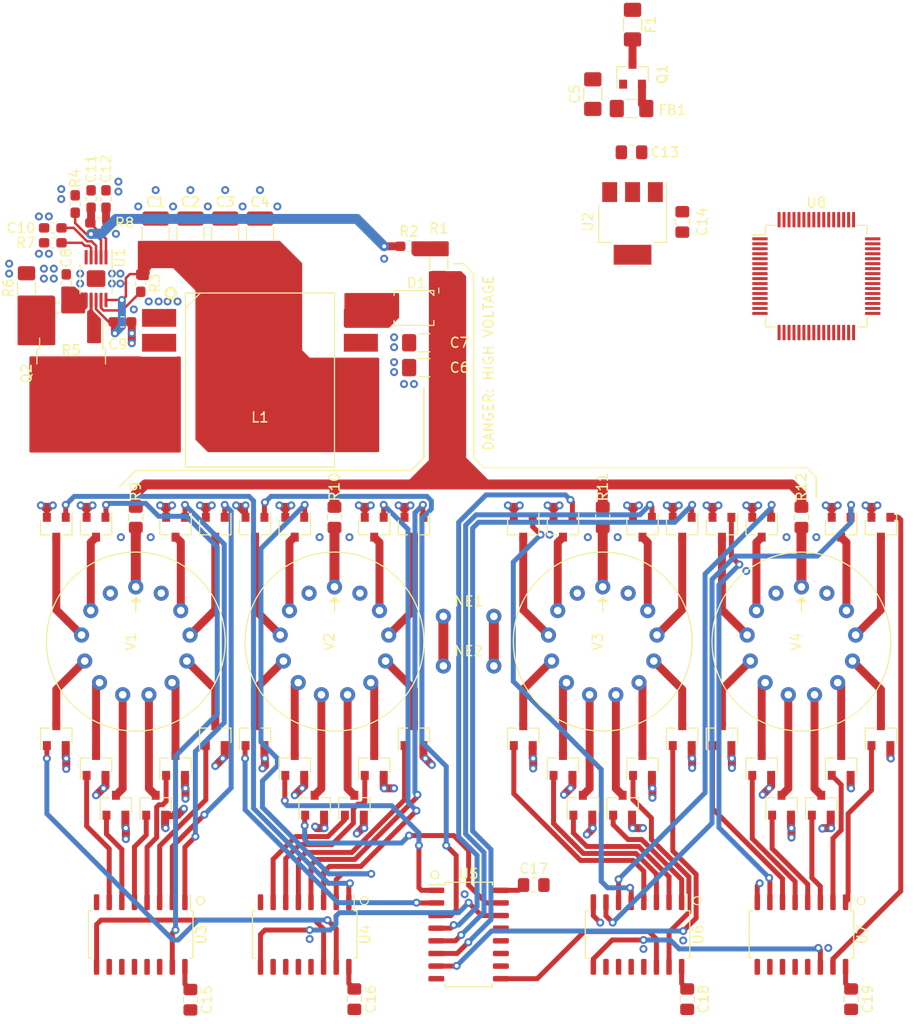
<source format=kicad_pcb>
(kicad_pcb (version 20210228) (generator pcbnew)
  (layers (0 "F.Cu" signal) (1 "In1.Cu" power) (2 "In2.Cu" power) (31 "B.Cu" signal) (34 "B.Paste" user) (35 "F.Paste" user) (36 "B.SilkS" user "B.Silkscreen") (37 "F.SilkS" user "F.Silkscreen") (38 "B.Mask" user) (39 "F.Mask" user) (44 "Edge.Cuts" user))
  (net 0 "")
  (net 1 "GND")
  (net 2 "VCC")
  (net 3 "Net-(D1-Pad2)")
  (net 4 "Net-(L1-Pad3)")
  (net 5 "Net-(R1-Pad2)")
  (net 6 "~SHDN")
  (net 7 "Net-(R7-Pad1)")
  (net 8 "HV")
  (net 9 "Net-(R10-Pad2)")
  (net 10 "Net-(R11-Pad2)")
  (net 11 "Net-(R12-Pad2)")
  (net 12 "/cathode_sinks/NA0")
  (net 13 "/cathode_sinks/NA1")
  (net 14 "+3V3")
  (net 15 "/cathode_registers/GA0")
  (net 16 "Net-(F1-Pad2)")
  (net 17 "Net-(FB1-Pad2)")
  (net 18 "/power_supply/FBX")
  (net 19 "/cathode_sinks/NA2")
  (net 20 "/cathode_registers/GA1")
  (net 21 "/cathode_sinks/NA3")
  (net 22 "/cathode_registers/GA2")
  (net 23 "/cathode_sinks/NA4")
  (net 24 "/cathode_registers/GA3")
  (net 25 "/cathode_sinks/NA5")
  (net 26 "/cathode_registers/GA4")
  (net 27 "/cathode_sinks/NA6")
  (net 28 "/cathode_registers/GA5")
  (net 29 "/cathode_sinks/NA7")
  (net 30 "/cathode_registers/GA6")
  (net 31 "/cathode_sinks/NA8")
  (net 32 "/cathode_registers/GA7")
  (net 33 "/cathode_sinks/NA9")
  (net 34 "/cathode_registers/GA8")
  (net 35 "/cathode_sinks/NB0")
  (net 36 "/cathode_registers/GA9")
  (net 37 "/cathode_sinks/NB1")
  (net 38 "/cathode_registers/GB0")
  (net 39 "/cathode_sinks/NB2")
  (net 40 "/cathode_registers/GB1")
  (net 41 "/cathode_sinks/NB3")
  (net 42 "/cathode_registers/GB2")
  (net 43 "/cathode_sinks/NB4")
  (net 44 "/cathode_registers/GB3")
  (net 45 "/cathode_sinks/NB5")
  (net 46 "/cathode_registers/GB4")
  (net 47 "/cathode_sinks/NB6")
  (net 48 "/cathode_registers/GB5")
  (net 49 "/cathode_sinks/NB7")
  (net 50 "/cathode_registers/GB6")
  (net 51 "/cathode_sinks/NB8")
  (net 52 "/cathode_registers/GB7")
  (net 53 "/cathode_sinks/NB9")
  (net 54 "/cathode_registers/GB8")
  (net 55 "/cathode_sinks/NC0")
  (net 56 "/cathode_registers/GB9")
  (net 57 "/cathode_sinks/NC1")
  (net 58 "/cathode_registers/GC0")
  (net 59 "/cathode_sinks/NC2")
  (net 60 "/cathode_registers/GC1")
  (net 61 "/cathode_sinks/NC3")
  (net 62 "/cathode_registers/GC2")
  (net 63 "/cathode_sinks/NC4")
  (net 64 "/cathode_registers/GC3")
  (net 65 "/cathode_sinks/NC5")
  (net 66 "/cathode_registers/GC4")
  (net 67 "/cathode_sinks/NC6")
  (net 68 "/cathode_registers/GC5")
  (net 69 "/cathode_sinks/NC7")
  (net 70 "/cathode_registers/GC6")
  (net 71 "/cathode_sinks/NC8")
  (net 72 "/cathode_registers/GC7")
  (net 73 "/cathode_sinks/NC9")
  (net 74 "/cathode_registers/GC8")
  (net 75 "/cathode_sinks/ND0")
  (net 76 "/cathode_registers/GC9")
  (net 77 "/cathode_sinks/ND1")
  (net 78 "/cathode_registers/GD0")
  (net 79 "/cathode_sinks/ND2")
  (net 80 "/nixie_tubes/NEH+")
  (net 81 "/nixie_tubes/NEH-")
  (net 82 "/cathode_registers/GD1")
  (net 83 "/cathode_sinks/ND3")
  (net 84 "/cathode_registers/GD2")
  (net 85 "/cathode_sinks/ND4")
  (net 86 "/cathode_registers/GD3")
  (net 87 "/cathode_sinks/ND5")
  (net 88 "/cathode_registers/GD4")
  (net 89 "/cathode_sinks/ND6")
  (net 90 "/cathode_registers/GD5")
  (net 91 "/cathode_sinks/ND7")
  (net 92 "/cathode_registers/GD6")
  (net 93 "/cathode_sinks/ND8")
  (net 94 "/cathode_registers/GD7")
  (net 95 "/cathode_sinks/ND9")
  (net 96 "/cathode_registers/GD8")
  (net 97 "Net-(R9-Pad2)")
  (net 98 "/cathode_registers/~OE")
  (net 99 "/cathode_registers/LCLK")
  (net 100 "/cathode_registers/CLK")
  (net 101 "/cathode_registers/~RES")
  (net 102 "Net-(U5-Pad9)")
  (net 103 "Net-(U6-Pad9)")
  (net 104 "Net-(C10-Pad1)")
  (net 105 "Net-(Q2-Pad1)")
  (net 106 "Net-(Q2-Pad3)")
  (net 107 "Net-(U3-Pad9)")
  (net 108 "Net-(U4-Pad9)")
  (net 109 "Net-(C11-Pad1)")
  (net 110 "Net-(C8-Pad1)")
  (net 111 "Net-(C12-Pad1)")
  (net 112 "/cathode_registers/GD9")
  (footprint "Package_TO_SOT_SMD:SOT-23" (layer "F.Cu") (at 172.5 146.5 -90)
    (fp_text reference "Q35")
    (fp_text value "BSS131")
  )
  (footprint "Package_TO_SOT_SMD:SOT-23" (layer "F.Cu") (at 152.5 167.45 90)
    (fp_text reference "Q26")
    (fp_text value "BSS131")
  )
  (footprint "Package_SO:SOIC-16_4.55x10.3mm_P1.27mm" (layer "F.Cu") (at 148 187.45 -90)
    (fp_text reference "U6")
    (fp_text value "74HC595")
  )
  (footprint "Package_TO_SOT_SMD:SOT-23" (layer "F.Cu") (at 93.5 170.45 90)
    (fp_text reference "Q10")
    (fp_text value "BSS131")
  )
  (footprint "Capacitor_SMD:C_1210_3225Metric_Pad1.42x2.65mm_HandSolder" (layer "F.Cu") (at 110 116.95 90)
    (fp_text reference "C4")
    (fp_text value "47uF")
  )
  (footprint "Package_TO_SOT_SMD:SOT-23" (layer "F.Cu") (at 140.5 170.45 90)
    (fp_text reference "Q30")
    (fp_text value "BSS131")
  )
  (footprint "Package_TO_SOT_SMD:SOT-23" (layer "F.Cu") (at 136.5 146.5 -90)
    (fp_text reference "Q32")
    (fp_text value "BSS131")
  )
  (footprint "Package_SO:SOIC-16_4.55x10.3mm_P1.27mm" (layer "F.Cu") (at 114.5 187.45 -90)
    (fp_text reference "U4")
    (fp_text value "74HC595")
  )
  (footprint "Package_TO_SOT_SMD:SOT-23" (layer "F.Cu") (at 105.5 167.45 90)
    (fp_text reference "Q6")
    (fp_text value "BSS131")
  )
  (footprint "Capacitor_SMD:C_1210_3225Metric_Pad1.42x2.65mm_HandSolder" (layer "F.Cu") (at 103 116.95 90)
    (fp_text reference "C2")
    (fp_text value "47uF")
  )
  (footprint "Capacitor_SMD:C_1206_3216Metric_Pad1.42x1.75mm_HandSolder" (layer "F.Cu") (at 126.5 130.45 180)
    (fp_text reference "C6")
    (fp_text value "220nF")
  )
  (footprint "Capacitor_SMD:C_0805_2012Metric_Pad1.15x1.40mm_HandSolder" (layer "F.Cu") (at 119.5 193.95 -90)
    (fp_text reference "C16")
    (fp_text value "100nF")
  )
  (footprint "Package_TO_SOT_SMD:SOT-23" (layer "F.Cu") (at 166.5 174.45 90)
    (fp_text reference "Q38")
    (fp_text value "BSS131")
  )
  (footprint "Capacitor_SMD:C_0603_1608Metric_Pad1.05x0.95mm_HandSolder" (layer "F.Cu") (at 94.5 113.5 90)
    (fp_text reference "C12")
    (fp_text value "22nF")
  )
  (footprint "Package_TO_SOT_SMD:SOT-23" (layer "F.Cu") (at 172.5 167.45 90)
    (fp_text reference "Q36")
    (fp_text value "BSS131")
  )
  (footprint "Package_TO_SOT_SMD:SOT-23" (layer "F.Cu") (at 152.5 146.5 -90)
    (fp_text reference "Q25")
    (fp_text value "BSS131")
  )
  (footprint "Package_TO_SOT_SMD:SOT-23" (layer "F.Cu") (at 160.5 146.5 -90)
    (fp_text reference "Q33")
    (fp_text value "BSS131")
  )
  (footprint "Package_TO_SOT_SMD:SOT-23" (layer "F.Cu") (at 89.5 167.45 90)
    (fp_text reference "Q11")
    (fp_text value "BSS131")
  )
  (footprint "Resistor_SMD:R_0805_2012Metric_Pad1.15x1.40mm_HandSolder" (layer "F.Cu") (at 144.5 145.5 -90)
    (fp_text reference "R11")
    (fp_text value "R")
  )
  (footprint "Resistor_SMD:R_1206_3216Metric_Pad1.42x1.75mm_HandSolder" (layer "F.Cu") (at 128 119.950001 90)
    (fp_text reference "R1")
    (fp_text value "1M")
  )
  (footprint "Capacitor_SMD:C_0805_2012Metric_Pad1.15x1.40mm_HandSolder" (layer "F.Cu") (at 97.5 145.5 -90)
    (fp_text reference "R9")
    (fp_text value "10k")
  )
  (footprint "Personal:DA2032-AL" (layer "F.Cu") (at 110 131.95)
    (fp_text reference "L1")
    (fp_text value "DA2032")
  )
  (footprint "Resistor_SMD:R_0603_1608Metric_Pad1.05x0.95mm_HandSolder" (layer "F.Cu") (at 89.655 124.450001)
    (fp_text reference "R5")
    (fp_text value "22")
  )
  (footprint "Capacitor_SMD:C_0603_1608Metric_Pad1.05x0.95mm_HandSolder" (layer "F.Cu") (at 93 113.5 90)
    (fp_text reference "C11")
    (fp_text value "100pF")
  )
  (footprint "Package_TO_SOT_SMD:SOT-23" (layer "F.Cu") (at 119.5 174.45 90)
    (fp_text reference "Q18")
    (fp_text value "BSS131")
  )
  (footprint "Package_TO_SOT_SMD:SOT-23" (layer "F.Cu") (at 115.5 174.45 90)
    (fp_text reference "Q19")
    (fp_text value "BSS131")
  )
  (footprint "Capacitor_SMD:C_1206_3216Metric_Pad1.42x1.75mm_HandSolder" (layer "F.Cu") (at 143.5 102.95 90)
    (fp_text reference "C5")
    (fp_text value "10uF")
  )
  (footprint "Capacitor_SMD:C_0603_1608Metric_Pad1.05x0.95mm_HandSolder" (layer "F.Cu") (at 90.5 121.950001 90)
    (fp_text reference "C8")
    (fp_text value "10nF")
  )
  (footprint "Package_TO_SOT_SMD:TO-252-2" (layer "F.Cu") (at 90.999999 131.050001 -90)
    (fp_text reference "Q2")
    (fp_text value "IRLR3110ZTRPBF")
  )
  (footprint "Package_SO:SOIC-16_4.55x10.3mm_P1.27mm" (layer "F.Cu") (at 131 187.45)
    (fp_text reference "U5")
    (fp_text value "74HC595")
  )
  (footprint "Package_TO_SOT_SMD:SOT-23" (layer "F.Cu") (at 146.5 174.45 90)
    (fp_text reference "Q28")
    (fp_text value "BSS131")
  )
  (footprint "Package_TO_SOT_SMD:SOT-23" (layer "F.Cu") (at 113.5 146.5 -90)
    (fp_text reference "Q13")
    (fp_text value "BSS131")
  )
  (footprint "Package_TO_SOT_SMD:SOT-23" (layer "F.Cu") (at 168.5 146.5 -90)
    (fp_text reference "Q34")
    (fp_text value "BSS131")
  )
  (footprint "Package_TO_SOT_SMD:SOT-23" (layer "F.Cu") (at 147.5 100.95 90)
    (fp_text reference "Q1")
    (fp_text value "AO3401A")
  )
  (footprint "Package_TO_SOT_SMD:SOT-23" (layer "F.Cu") (at 109.5 146.5 -90)
    (fp_text reference "Q22")
    (fp_text value "BSS131")
  )
  (footprint "Package_TO_SOT_SMD:SOT-23" (layer "F.Cu") (at 148.5 170.45 90)
    (fp_text reference "Q27")
    (fp_text value "BSS131")
  )
  (footprint "Package_TO_SOT_SMD:SOT-23" (layer "F.Cu") (at 105.5 146.5 -90)
    (fp_text reference "Q5")
    (fp_text value "BSS131")
  )
  (footprint "Resistor_SMD:R_0603_1608Metric_Pad1.05x0.95mm_HandSolder" (layer "F.Cu") (at 93.8 115.9)
    (fp_text reference "R8")
    (fp_text value "10k")
  )
  (footprint "Package_TO_SOT_SMD:SOT-23" (layer "F.Cu") (at 156.5 167.45 90)
    (fp_text reference "Q41")
    (fp_text value "BSS131")
  )
  (footprint "Package_TO_SOT_SMD:SOT-23" (layer "F.Cu") (at 113.5 170.45 90)
    (fp_text reference "Q20")
    (fp_text value "BSS131")
  )
  (footprint "Package_TO_SOT_SMD:SOT-23" (layer "F.Cu") (at 168.5 170.45 90)
    (fp_text reference "Q37")
    (fp_text value "BSS131")
  )
  (footprint "Resistor_SMD:R_0603_1608Metric_Pad1.05x0.95mm_HandSolder" (layer "F.Cu") (at 98 121.950001 -90)
    (fp_text reference "R3")
    (fp_text value "140k")
  )
  (footprint "Package_SO:SOIC-16_4.55x10.3mm_P1.27mm" (layer "F.Cu") (at 98 187.45 -90)
    (fp_text reference "U3")
    (fp_text value "74HC595")
  )
  (footprint "Package_TO_SOT_SMD:SOT-23" (layer "F.Cu") (at 162.5 174.45 90)
    (fp_text reference "Q39")
    (fp_text value "BSS131")
  )
  (footprint "Capacitor_SMD:C_1206_3216Metric_Pad1.42x1.75mm_HandSolder" (layer "F.Cu") (at 126.5 127.949999 180)
    (fp_text reference "C7")
    (fp_text value "220nF")
  )
  (footprint "Capacitor_SMD:C_0805_2012Metric_Pad1.15x1.40mm_HandSolder" (layer "F.Cu") (at 103 194.005 -90)
    (fp_text reference "C15")
    (fp_text value "100nF")
  )
  (footprint "Capacitor_SMD:C_0805_2012Metric_Pad1.15x1.40mm_HandSolder" (layer "F.Cu") (at 153 193.95 -90)
    (fp_text reference "C18")
    (fp_text value "100nF")
  )
  (footprint "Capacitor_SMD:C_0603_1608Metric_Pad1.05x0.95mm_HandSolder" (layer "F.Cu") (at 96.155001 125.850001)
    (fp_text reference "C9")
    (fp_text value "10uF")
  )
  (footprint "Personal:IN-14" (layer "F.Cu") (at 97.5 158 90)
    (fp_text reference "V1")
    (fp_text value "IN14")
  )
  (footprint "Package_TO_SOT_SMD:SOT-23" (layer "F.Cu") (at 109.5 167.45 90)
    (fp_text reference "Q21")
    (fp_text value "BSS131")
  )
  (footprint "Package_TO_SOT_SMD:SOT-23" (layer "F.Cu") (at 125.5 146.5 -90)
    (fp_text reference "Q15")
    (fp_text value "BSS131")
  )
  (footprint "Personal:IN-14" (layer "F.Cu") (at 117.5 158 90)
    (fp_text reference "V2")
    (fp_text value "IN14")
  )
  (footprint "Inductor_SMD:L_1206_3216Metric_Pad1.42x1.75mm_HandSolder" (layer "F.Cu") (at 147.4 104.4)
    (fp_text reference "FB1")
    (fp_text value "600 @ 600MHz")
  )
  (footprint "Package_TO_SOT_SMD:SOT-23" (layer "F.Cu") (at 95.5 174.45 90)
    (fp_text reference "Q9")
    (fp_text value "BSS131")
  )
  (footprint "Package_TO_SOT_SMD:SOT-23" (layer "F.Cu") (at 93.5 146.5 -90)
    (fp_text reference "Q3")
    (fp_text value "BSS131")
  )
  (footprint "Resistor_SMD:R_0603_1608Metric_Pad1.05x0.95mm_HandSolder" (layer "F.Cu") (at 91.4 114 90)
    (fp_text reference "R4")
    (fp_text value "10k")
  )
  (footprint "Capacitor_SMD:C_0805_2012Metric_Pad1.15x1.40mm_HandSolder" (layer "F.Cu") (at 169.5 193.95 -90)
    (fp_text reference "C19")
    (fp_text value "100nF")
  )
  (footprint "Resistor_SMD:R_0805_2012Metric_Pad1.15x1.40mm_HandSolder" (layer "F.Cu") (at 164.5 145.5 -90)
    (fp_text reference "R12")
    (fp_text value "R")
  )
  (footprint "Package_TO_SOT_SMD:SOT-23" (layer "F.Cu") (at 148.5 146.5 -90)
    (fp_text reference "Q24")
    (fp_text value "BSS131")
  )
  (footprint "Package_TO_SOT_SMD:SOT-23" (layer "F.Cu") (at 142.5 174.45 90)
    (fp_text reference "Q29")
    (fp_text value "BSS131")
  )
  (footprint "Package_TO_SOT_SMD:SOT-23" (layer "F.Cu") (at 101.5 146.5 -90)
    (fp_text reference "Q4")
    (fp_text value "BSS131")
  )
  (footprint "Package_TO_SOT_SMD:SOT-23" (layer "F.Cu") (at 156.5 146.5 -90)
    (fp_text reference "Q42")
    (fp_text value "BSS131")
  )
  (footprint "Capacitor_SMD:C_1210_3225Metric_Pad1.42x2.65mm_HandSolder" (layer "F.Cu") (at 99.5 116.95 90)
    (fp_text reference "C1")
    (fp_text value "47uF")
  )
  (footprint "Package_SO:SOIC-16_4.55x10.3mm_P1.27mm" (layer "F.Cu") (at 164.5 187.45 -90)
    (fp_text reference "U7")
    (fp_text value "74HC595")
  )
  (footprint "Personal:NE-2" (layer "F.Cu") (at 131 155.455983 -90)
    (fp_text reference "NE1")
    (fp_text value "NE-2" hide)
  )
  (footprint "Personal:IN-14" (layer "F.Cu") (at 164.5 158 90)
    (fp_text reference "V4")
    (fp_text value "IN14")
  )
  (footprint "Package_SO:MSOP-10-1EP_3x3mm_P0.5mm_EP1.68x1.88mm" (layer "F.Cu") (at 93.499999 121.5 -90)
    (fp_text reference "U1")
    (fp_text value "LT3757AEMSE")
  )
  (footprint "Package_TO_SOT_SMD:SOT-23" (layer "F.Cu") (at 101.5 170.45 90)
    (fp_text reference "Q7")
    (fp_text value "BSS131")
  )
  (footprint "Package_TO_SOT_SMD:SOT-23" (layer "F.Cu") (at 136.5 167.45 90)
    (fp_text reference "Q31")
    (fp_text value "BSS131")
  )
  (footprint "Package_TO_SOT_SMD:SOT-23" (layer "F.Cu") (at 160.5 170.45 90)
    (fp_text reference "Q40")
    (fp_text value "BSS131")
  )
  (footprint "Personal:SOD128" (layer "F.Cu") (at 125.500001 124.450001 -90)
    (fp_text reference "D1")
    (fp_text value "RFN1LAM6STR" hide)
  )
  (footprint "Package_TO_SOT_SMD:SOT-23" (layer "F.Cu") (at 89.5 146.5 -90)
    (fp_text reference "Q12")
    (fp_text value "BSS131")
  )
  (footprint "Capacitor_SMD:C_1210_3225Metric_Pad1.42x2.65mm_HandSolder" (layer "F.Cu") (at 106.5 116.95 90)
    (fp_text reference "C3")
    (fp_text value "47uF")
  )
  (footprint "Capacitor_SMD:C_0805_2012Metric_Pad1.15x1.40mm_HandSolder" (layer "F.Cu") (at 152.512318 115.8 90)
    (fp_text reference "C14")
    (fp_text value "10uF")
  )
  (footprint "Personal:IN-14" (layer "F.Cu") (at 144.5 158 90)
    (fp_text reference "V3")
    (fp_text value "IN14")
  )
  (footprint "Package_TO_SOT_SMD:SOT-23" (layer "F.Cu") (at 99.5 174.45 90)
    (fp_text reference "Q8")
    (fp_text value "BSS131")
  )
  (footprint "Resistor_SMD:R_0603_1608Metric_Pad1.05x0.95mm_HandSolder" (layer "F.Cu") (at 89.149999 117.9 180)
    (fp_text reference "R7")
    (fp_text value "140k")
  )
  (footprint "Package_TO_SOT_SMD:SOT-23" (layer "F.Cu") (at 125.5 167.45 90)
    (fp_text reference "Q16")
    (fp_text value "BSS131")
  )
  (footprint "Package_TO_SOT_SMD:SOT-23" (layer "F.Cu") (at 121.5 146.5 -90)
    (fp_text reference "Q14")
    (fp_text value "BSS131")
  )
  (footprint "Package_TO_SOT_SMD:SOT-223-3_TabPin2" (layer "F.Cu") (at 147.5 115.95 -90)
    (fp_text reference "U2")
    (fp_text value "AMS1117-3.3")
  )
  (footprint "Capacitor_SMD:C_0603_1608Metric_Pad1.05x0.95mm_HandSolder" (layer "F.Cu") (at 89.15 116.4 180)
    (fp_text reference "C10")
    (fp_text value "100nF")
  )
  (footprint "Package_TO_SOT_SMD:SOT-23" (layer "F.Cu") (at 121.5 170.45 90)
    (fp_text reference "Q17")
    (fp_text value "BSS131")
  )
  (footprint "Capacitor_SMD:C_0805_2012Metric_Pad1.15x1.40mm_HandSolder" (layer "F.Cu") (at 147.4 108.8)
    (fp_text reference "C13")
    (fp_text value "10uF")
  )
  (footprint "Resistor_SMD:R_0603_1608Metric_Pad1.05x0.95mm_HandSolder" (layer "F.Cu") (at 125 118.25 180)
    (fp_text reference "R2")
    (fp_text value "64.4k")
  )
  (footprint "Fuse:Fuse_1206_3216Metric_Pad1.42x1.75mm_HandSolder" (layer "F.Cu") (at 147.5 95.9625 -90)
    (fp_text reference "F1")
    (fp_text value "1A")
  )
  (footprint "Capacitor_SMD:C_0805_2012Metric_Pad1.15x1.40mm_HandSolder" (layer "F.Cu") (at 137.555 182.475137)
    (fp_text reference "C17")
    (fp_text value "100nF")
  )
  (footprint "Resistor_SMD:R_0805_2012Metric_Pad1.15x1.40mm_HandSolder" (layer "F.Cu") (at 117.5 145.5 -90)
    (fp_text reference "R10")
    (fp_text value "R")
  )
  (footprint "Personal:NE-2" (layer "F.Cu") (at 131 160.45 -90)
    (fp_text reference "NE2")
    (fp_text value "NE-2" hide)
  )
  (footprint "Resistor_SMD:R_1206_3216Metric_Pad1.42x1.75mm_HandSolder" (layer "F.Cu") (at 86.500001 122.450001 90)
    (fp_text reference "R6")
    (fp_text value "0.02")
  )
  (footprint "Package_QFP:LQFP-64_10x10mm_P0.5mm" (layer "F.Cu") (at 166 121.25)
    (fp_text reference "U8")
    (fp_text value "STM32F058R8Tx")
  )
  (footprint "Package_TO_SOT_SMD:SOT-23" (layer "F.Cu") (at 140.5 146.5 -90)
    (fp_text reference "Q23")
    (fp_text value "BSS131")
  )
  (gr_line (start 129.5 120) (end 130.5 120) (layer "F.SilkS") (width 0.15))
  (gr_line (start 132.5 140.5) (end 165 140.5) (layer "F.SilkS") (width 0.15))
  (gr_line (start 130.5 120) (end 131.5 121) (layer "F.SilkS") (width 0.15))
  (gr_line (start 126.5 139.5) (end 126.5 132.5) (layer "F.SilkS") (width 0.15))
  (gr_line (start 126.5 139.5) (end 125.2 140.8) (layer "F.SilkS") (width 0.15))
  (gr_line (start 131.5 121) (end 131.5 139.5) (layer "F.SilkS") (width 0.15))
  (gr_line (start 131.5 139.5) (end 132.5 140.5) (layer "F.SilkS") (width 0.15))
  (gr_line (start 165 140.5) (end 166 141.5) (layer "F.SilkS") (width 0.15))
  (gr_line (start 166 141.5) (end 166 143.5) (layer "F.SilkS") (width 0.15))
  (gr_line (start 125.2 140.8) (end 97.5 140.8) (layer "F.SilkS") (width 0.15))
  (gr_line (start 97.5 140.8) (end 95.9 142.4) (layer "F.SilkS") (width 0.15))
  (gr_text "DANGER: HIGH VOLTAGE" (at 133 130 90) (layer "F.SilkS") (effects (font (size 1 1))))
  (segment (start 94.45 172.55) (end 94.25 172.75) (width 0.8) (layer "F.Cu") (net 1))
  (segment (start 88.55 144.9) (end 89.15 144.3) (width 0.5) (layer "F.Cu") (net 1))
  (segment (start 102.5 172.75) (end 102.5 173.8) (width 0.8) (layer "F.Cu") (net 1))
  (segment (start 135.55 144.9) (end 134.95 144.3) (width 0.5) (layer "F.Cu") (net 1))
  (segment (start 108.55 145.5) (end 108.55 145.05) (width 0.5) (layer "F.Cu") (net 1))
  (segment (start 134.95 144.3) (end 136.15 144.3) (width 0.5) (layer "F.Cu") (net 1))
  (segment (start 108.55 145.05) (end 108.55 144.3) (width 0.5) (layer "F.Cu") (net 1))
  (segment (start 149.45 171.45) (end 149.45 172.7) (width 0.8) (layer "F.Cu") (net 1))
  (segment (start 108.55 145.25) (end 107.6 144.3) (width 0.5) (layer "F.Cu") (net 1))
  (segment (start 159.55 144.9) (end 158.95 144.3) (width 0.5) (layer "F.Cu") (net 1))
  (segment (start 157.5 169.75) (end 157.5 170.7) (width 0.8) (layer "F.Cu") (net 1))
  (segment (start 126.45 169.54999) (end 126.65001 169.75) (width 0.8) (layer "F.Cu") (net 1))
  (segment (start 126.65001 169.75001) (end 127.3 170.4) (width 0.8) (layer "F.Cu") (net 1))
  (segment (start 126.45 168.45) (end 126.45 169.54999) (width 0.8) (layer "F.Cu") (net 1))
  (segment (start 122.45 172.7) (end 122.5 172.75) (width 0.8) (layer "F.Cu") (net 1))
  (segment (start 173.45 169.7) (end 173.5 169.75) (width 0.8) (layer "F.Cu") (net 1))
  (segment (start 159.55 144.9) (end 160.15 144.3) (width 0.5) (layer "F.Cu") (net 1))
  (segment (start 115.7 176.75) (end 115.55 176.6) (width 0.8) (layer "F.Cu") (net 1))
  (segment (start 151.55 144.9) (end 150.95 144.3) (width 0.5) (layer "F.Cu") (net 1))
  (segment (start 158.95 144.3) (end 160.15 144.3) (width 0.5) (layer "F.Cu") (net 1))
  (segment (start 167.55 144.9) (end 168.15 144.3) (width 0.5) (layer "F.Cu") (net 1))
  (segment (start 147.45 175.45) (end 147.45 176.7) (width 0.8) (layer "F.Cu") (net 1))
  (segment (start 120.45 176.7) (end 120.5 176.75) (width 0.8) (layer "F.Cu") (net 1))
  (segment (start 146.95 144.3) (end 148.15 144.3) (width 0.5) (layer "F.Cu") (net 1))
  (segment (start 96.45 176.7) (end 96.5 176.75) (width 0.8) (layer "F.Cu") (net 1))
  (segment (start 90.45 168.45) (end 90.45 169.7) (width 0.8) (layer "F.Cu") (net 1))
  (segment (start 100.45 175.45) (end 101.7 175.45) (width 0.8) (layer "F.Cu") (net 1))
  (segment (start 90.5 169.75) (end 90.5 170.8) (width 0.8) (layer "F.Cu") (net 1))
  (segment (start 157.45 168.45) (end 157.45 169.7) (width 0.8) (layer "F.Cu") (net 1))
  (segment (start 124.55 144.9) (end 125.15 144.3) (width 0.5) (layer "F.Cu") (net 1))
  (segment (start 147.55 145.5) (end 147.55 144.9) (width 0.5) (layer "F.Cu") (net 1))
  (segment (start 155.55 144.9) (end 154.95 144.3) (width 0.5) (layer "F.Cu") (net 1))
  (segment (start 120.5 176.75) (end 120.3 176.75) (width 0.8) (layer "F.Cu") (net 1))
  (segment (start 167.5 176.75) (end 166.65 176.75) (width 0.8) (layer "F.Cu") (net 1))
  (segment (start 112.55 144.9) (end 111.95 144.3) (width 0.5) (layer "F.Cu") (net 1))
  (segment (start 116.45 175.45) (end 116.45 176.7) (width 0.8) (layer "F.Cu") (net 1))
  (segment (start 149.45 172.7) (end 149.5 172.75) (width 0.8) (layer "F.Cu") (net 1))
  (segment (start 137.45 169.7) (end 137.5 169.75) (width 0.8) (layer "F.Cu") (net 1))
  (segment (start 143.555 185.555) (end 144.25 186.25) (width 0.5) (layer "F.Cu") (net 1))
  (segment (start 153.45 169.7) (end 153.5 169.75) (width 0.8) (layer "F.Cu") (net 1))
  (segment (start 171.55 145.5) (end 171.55 144.9) (width 0.5) (layer "F.Cu") (net 1))
  (segment (start 157.45 169.7) (end 157.5 169.75) (width 0.8) (layer "F.Cu") (net 1))
  (segment (start 159.55 145.5) (end 159.55 144.9) (width 0.5) (layer "F.Cu") (net 1))
  (segment (start 119.95 144.3) (end 121.15 144.3) (width 0.5) (layer "F.Cu") (net 1))
  (segment (start 94.25 172.75) (end 94.2 172.75) (width 0.8) (layer "F.Cu") (net 1))
  (segment (start 137.45 168.45) (end 137.45 169.7) (width 0.8) (layer "F.Cu") (net 1))
  (segment (start 120.55 144.9) (end 121.15 144.3) (width 0.5) (layer "F.Cu") (net 1))
  (segment (start 166.65 176.75) (end 166.6 176.8) (width 0.8) (layer "F.Cu") (net 1))
  (segment (start 110.45 168.45) (end 110.45 169.7) (width 0.8) (layer "F.Cu") (net 1))
  (segment (start 100.55 144.9) (end 99.95 144.3) (width 0.5) (layer "F.Cu") (net 1))
  (segment (start 120.55 144.9) (end 119.95 144.3) (width 0.5) (layer "F.Cu") (net 1))
  (segment (start 155.55 144.9) (end 156.15 144.3) (width 0.5) (layer "F.Cu") (net 1))
  (segment (start 112.55 145.5) (end 112.55 144.9) (width 0.5) (layer "F.Cu") (net 1))
  (segment (start 102.45 171.45) (end 102.45 172.7) (width 0.8) (layer "F.Cu") (net 1))
  (segment (start 114.25 172.75) (end 114.2 172.75) (width 0.8) (layer "F.Cu") (net 1))
  (segment (start 124.55 145.5) (end 124.55 144.9) (width 0.5) (layer "F.Cu") (net 1))
  (segment (start 141.25 172.75) (end 140.6 173.4) (width 0.8) (layer "F.Cu") (net 1))
  (segment (start 122.45 171.45) (end 122.45 172.7) (width 0.8) (layer "F.Cu") (net 1))
  (segment (start 139.55 145.5) (end 139.55 144.9) (width 0.5) (layer "F.Cu") (net 1))
  (segment (start 110.5 169.75) (end 110.5 170.5) (width 0.8) (layer "F.Cu") (net 1))
  (segment (start 107.6 144.3) (end 107.8 144.3) (width 0.5) (layer "F.Cu") (net 1))
  (segment (start 96.5 176.75) (end 96.5 177.85) (width 0.8) (layer "F.Cu") (net 1))
  (segment (start 150.95 144.3) (end 152.15 144.3) (width 0.5) (layer "F.Cu") (net 1))
  (segment (start 100.55 144.9) (end 101.15 144.3) (width 0.5) (layer "F.Cu") (net 1))
  (segment (start 167.45 176.7) (end 167.5 176.75) (width 0.8) (layer "F.Cu") (net 1))
  (segment (start 161.45 172.55) (end 161.25 172.75) (width 0.8) (layer "F.Cu") (net 1))
  (segment (start 110.45 169.7) (end 110.5 169.75) (width 0.8) (layer "F.Cu") (net 1))
  (segment (start 143.45 175.45) (end 143.45 176.7) (width 0.8) (layer "F.Cu") (net 1))
  (segment (start 100.55 145.5) (end 100.55 144.9) (width 0.5) (layer "F.Cu") (net 1))
  (segment (start 147.55 144.9) (end 146.95 144.3) (width 0.5) (layer "F.Cu") (net 1))
  (segment (start 101.7 175.45) (end 102.35 174.8) (width 0.8) (layer "F.Cu") (net 1))
  (segment (start 96.45 175.45) (end 96.45 176.7) (width 0.8) (layer "F.Cu") (net 1))
  (segment (start 147.45 176.7) (end 147.5 176.75) (width 0.8) (layer "F.Cu") (net 1))
  (segment (start 126.65001 169.75) (end 126.65001 169.75001) (width 0.8) (layer "F.Cu") (net 1))
  (segment (start 167.55 145.5) (end 167.55 144.9) (width 0.5) (layer "F.Cu") (net 1))
  (segment (start 160.055 184.2) (end 160.055 182.545) (width 0.5) (layer "F.Cu") (net 1))
  (segment (start 91.95 144.3) (end 93.15 144.3) (width 0.5) (layer "F.Cu") (net 1))
  (segment (start 147.5 176.75) (end 148.55 176.75) (width 0.8) (layer "F.Cu") (net 1))
  (segment (start 106.24999 169.75) (end 106.24999 169.75001) (width 0.8) (layer "F.Cu") (net 1))
  (segment (start 163.45 176.7) (end 163.5 176.75) (width 0.8) (layer "F.Cu") (net 1))
  (segment (start 141.45 172.55) (end 141.25 172.75) (width 0.8) (layer "F.Cu") (net 1))
  (segment (start 149.5 172.75) (end 149.5 173.7) (width 0.8) (layer "F.Cu") (net 1))
  (segment (start 100.45 176.7) (end 100.5 176.75) (width 0.8) (layer "F.Cu") (net 1))
  (segment (start 170.95 144.3) (end 172.15 144.3) (width 0.5) (layer "F.Cu") (net 1))
  (segment (start 154.95 144.3) (end 156.15 144.3) (width 0.5) (layer "F.Cu") (net 1))
  (segment (start 124.55 144.9) (end 123.95 144.3) (width 0.5) (layer "F.Cu") (net 1))
  (segment (start 143.45 176.7) (end 143.5 176.75) (width 0.8) (layer "F.Cu") (net 1))
  (segment (start 110.5 170.5) (end 110.25 170.75) (width 0.8) (layer "F.Cu") (net 1))
  (segment (start 123.95 144.3) (end 125.15 144.3) (width 0.5) (layer "F.Cu") (net 1))
  (segment (start 106.24999 169.75001) (end 105.5 170.5) (width 0.8) (layer "F.Cu") (net 1))
  (segment (start 99.95 144.3) (end 101.15 144.3) (width 0.5) (layer "F.Cu") (net 1))
  (segment (start 88.55 144.9) (end 87.95 144.3) (width 0.5) (layer "F.Cu") (net 1))
  (segment (start 114.45 171.45) (end 114.45 172.55) (width 0.8) (layer "F.Cu") (net 1))
  (segment (start 104.55 144.9) (end 103.95 144.3) (width 0.5) (layer "F.Cu") (net 1))
  (segment (start 104.55 145.5) (end 104.55 144.9) (width 0.5) (layer "F.Cu") (net 1))
  (segment (start 107.6 144.3) (end 108.55 144.3) (width 0.5) (layer "F.Cu") (net 1))
  (segment (start 94.2 172.75) (end 93.5 173.45) (width 0.8) (layer "F.Cu") (net 1))
  (segment (start 92.55 145.5) (end 92.55 144.9) (width 0.5) (layer "F.Cu") (net 1))
  (segment (start 161.45 171.45) (end 161.45 172.55) (width 0.8) (layer "F.Cu") (net 1))
  (segment (start 116.5 176.75) (end 115.7 176.75) (width 0.8) (layer "F.Cu") (net 1))
  (segment (start 92.55 144.9) (end 93.15 144.3) (width 0.5) (layer "F.Cu") (net 1))
  (segment (start 143.555 184.2) (end 143.555 185.555) (width 0.5) (layer "F.Cu") (net 1))
  (segment (start 173.45 168.45) (end 173.45 169.7) (width 0.8) (layer "F.Cu") (net 1))
  (segment (start 120.55 145.5) (end 120.55 144.9) (width 0.5) (layer "F.Cu") (net 1))
  (segment (start 102.45 172.7) (end 102.5 172.75) (width 0.8) (layer "F.Cu") (net 1))
  (segment (start 166.95 144.3) (end 168.15 144.3) (width 0.5) (layer "F.Cu") (net 1))
  (segment (start 153.45 168.45) (end 153.45 169.7) (width 0.8) (layer "F.Cu") (net 1))
  (segment (start 135.55 145.5) (end 135.55 144.9) (width 0.5) (layer "F.Cu") (net 1))
  (segment (start 97.1 128) (end 97.1 125.92) (width 0.8) (layer "F.Cu") (net 1))
  (segment (start 120.45 175.45) (end 120.45 176.7) (width 0.8) (layer "F.Cu") (net 1))
  (segment (start 155.55 145.5) (end 155.55 144.9) (width 0.5) (layer "F.Cu") (net 1))
  (segment (start 106.45 168.45) (end 106.45 169.54999) (width 0.8) (layer "F.Cu") (net 1))
  (segment (start 151.55 145.5) (end 151.55 144.9) (width 0.5) (layer "F.Cu") (net 1))
  (segment (start 139.55 144.9) (end 138.95 144.3) (width 0.5) (layer "F.Cu") (net 1))
  (segment (start 161.25 172.75) (end 160.6 173.4) (width 0.8) (layer "F.Cu") (net 1))
  (segment (start 143.5 176.75) (end 143.5 176.8) (width 0.8) (layer "F.Cu") (net 1))
  (segment (start 97.1 125.92) (end 97.030001 125.850001) (width 0.8) (layer "F.Cu") (net 1))
  (segment (start 114.2 172.75) (end 113.5 173.45) (width 0.8) (layer "F.Cu") (net 1))
  (segment (start 120.3 176.75) (end 119.75 177.3) (width 0.8) (layer "F.Cu") (net 1))
  (segment (start 153.5 169.75) (end 153.5 170.7) (width 0.8) (layer "F.Cu") (net 1))
  (segment (start 114.45 172.55) (end 114.25 172.75) (width 0.8) (layer "F.Cu") (net 1))
  (segment (start 139.55 144.9) (end 140.15 144.3) (width 0.5) (layer "F.Cu") (net 1))
  (segment (start 171.55 144.9) (end 172.15 144.3) (width 0.5) (layer "F.Cu") (net 1))
  (segment (start 92.55 144.9) (end 91.95 144.3) (width 0.5) (layer "F.Cu") (net 1))
  (segment (start 167.45 175.45) (end 167.45 176.7) (width 0.8) (layer "F.Cu") (net 1))
  (segment (start 90.45 169.7) (end 90.5 169.75) (width 0.8) (layer "F.Cu") (net 1))
  (segment (start 143.5 176.8) (end 142.9 177.4) (width 0.8) (layer "F.Cu") (net 1))
  (segment (start 169.45 171.45) (end 169.45 172.7) (width 0.8) (layer "F.Cu") (net 1))
  (segment (start 151.55 144.9) (end 152.15 144.3) (width 0.5) (layer "F.Cu") (net 1))
  (segment (start 137.5 169.75) (end 137.5 170.75) (width 0.8) (layer "F.Cu") (net 1))
  (segment (start 163.5 176.75) (end 163.5 177.7) (width 0.8) (layer "F.Cu") (net 1))
  (segment (start 107.8 144.3) (end 108.55 145.05) (width 0.5) (layer "F.Cu") (net 1))
  (segment (start 108.55 145.5) (end 108.55 145.25) (width 0.5) (layer "F.Cu") (net 1))
  (segment (start 163.45 175.45) (end 163.45 176.7) (width 0.8) (layer "F.Cu") (net 1))
  (segment (start 122.5 172.75) (end 123.5 172.75) (width 0.8) (layer "F.Cu") (net 1))
  (segment (start 171.55 144.9) (end 170.95 144.3) (width 0.5) (layer "F.Cu") (net 1))
  (segment (start 116.45 176.7) (end 116.5 176.75) (width 0.8) (layer "F.Cu") (net 1))
  (segment (start 106.45 169.54999) (end 106.24999 169.75) (width 0.8) (layer "F.Cu") (net 1))
  (segment (start 167.55 144.9) (end 166.95 144.3) (width 0.5) (layer "F.Cu") (net 1))
  (segment (start 135.55 144.9) (end 136.15 144.3) (width 0.5) (layer "F.Cu") (net 1))
  (segment (start 87.95 144.3) (end 89.15 144.3) (width 0.5) (layer "F.Cu") (net 1))
  (segment (start 111.95 144.3) (end 113.15 144.3) (width 0.5) (layer "F.Cu") (net 1))
  (segment (start 104.55 144.9) (end 105.15 144.3) (width 0.5) (layer "F.Cu") (net 1))
  (segment (start 112.55 144.9) (end 113.15 144.3) (width 0.5) (layer "F.Cu") (net 1))
  (segment (start 88.55 145.5) (end 88.55 144.9) (width 0.5) (layer "F.Cu") (net 1))
  (segment (start 169.45 172.7) (end 169.5 172.75) (width 0.8) (layer "F.Cu") (net 1))
  (segment (start 141.45 171.45) (end 141.45 172.55) (width 0.8) (layer "F.Cu") (net 1))
  (segment (start 103.95 144.3) (end 105.15 144.3) (width 0.5) (layer "F.Cu") (net 1))
  (segment (start 138.95 144.3) (end 140.15 144.3) (width 0.5) (layer "F.Cu") (net 1))
  (segment (start 94.45 171.45) (end 94.45 172.55) (width 0.8) (layer "F.Cu") (net 1))
  (segment (start 147.55 144.9) (end 148.15 144.3) (width 0.5) (layer "F.Cu") (net 1))
  (segment (start 160.055 182.545) (end 160.3 182.3) (width 0.5) (layer "F.Cu") (net 1))
  (segment (start 100.45 175.45) (end 100.45 176.7) (width 0.8) (layer "F.Cu") (net 1))
  (via (at 99 147.5) (size 0.8) (drill 0.4) (layers "F.Cu" "B.Cu") (net 1))
  (via (at 148.6 188.9) (size 0.8) (drill 0.4) (layers "F.Cu" "B.Cu") (net 1))
  (via (at 108.55 144.3) (size 0.8) (drill 0.4) (layers "F.Cu" "B.Cu") (net 1))
  (via (at 163.5 177.7) (size 0.8) (drill 0.4) (layers "F.Cu" "B.Cu") (net 1))
  (via (at 101.7 123.8) (size 0.8) (drill 0.4) (layers "F.Cu" "B.Cu") (net 1))
  (via (at 142.9 177.4) (size 0.8) (drill 0.4) (layers "F.Cu" "B.Cu") (net 1))
  (via (at 119.75 177.3) (size 0.8) (drill 0.4) (layers "F.Cu" "B.Cu") (net 1))
  (via (at 105.5 170.5) (size 0.8) (drill 0.4) (layers "F.Cu" "B.Cu") (net 1))
  (via (at 99.8 123.8) (size 0.8) (drill 0.4) (layers "F.Cu" "B.Cu") (net 1))
  (via (at 97.3 124.6) (size 0.8) (drill 0.4) (layers "F.Cu" "B.Cu") (net 1))
  (via (at 146 147.5) (size 0.8) (drill 0.4) (layers "F.Cu" "B.Cu") (net 1))
  (via (at 153.5 170.7) (size 0.8) (drill 0.4) (layers "F.Cu" "B.Cu") (net 1))
  (via (at 143 147.5) (size 0.8) (drill 0.4) (layers "F.Cu" "B.Cu") (net 1))
  (via (at 125.5 132.1) (size 0.8) (drill 0.4) (layers "F.Cu" "B.Cu") (net 1))
  (via (at 101.15 144.3) (size 0.8) (drill 0.4) (layers "F.Cu" "B.Cu") (net 1))
  (via (at 169.5 172.75) (size 0.8) (drill 0.4) (layers "F.Cu" "B.Cu") (net 1))
  (via (at 138.95 144.3) (size 0.8) (drill 0.4) (layers "F.Cu" "B.Cu") (net 1))
  (via (at 156.15 144.3) (size 0.8) (drill 0.4) (layers "F.Cu" "B.Cu") (net 1))
  (via (at 152.6 188.05) (size 0.8) (drill 0.4) (layers "F.Cu" "B.Cu") (net 1))
  (via (at 163 147.5) (size 0.8) (drill 0.4) (layers "F.Cu" "B.Cu") (net 1))
  (via (at 172.15 144.3) (size 0.8) (drill 0.4) (layers "F.Cu" "B.Cu") (net 1))
  (via (at 96.5 176.75) (size 0.8) (drill 0.4) (layers "F.Cu" "B.Cu") (net 1))
  (via (at 90.5 169.75) (size 0.8) (drill 0.4) (layers "F.Cu" "B.Cu") (net 1))
  (via (at 123.5 129.9) (size 0.8) (drill 0.4) (layers "F.Cu" "B.Cu") (net 1))
  (via (at 146.95 144.3) (size 0.8) (drill 0.4) (layers "F.Cu" "B.Cu") (net 1))
  (via (at 104.75 114.25) (size 0.8) (drill 0.4) (layers "F.Cu" "B.Cu") (net 1))
  (via (at 100.7 123.8) (size 0.8) (drill 0.4) (layers "F.Cu" "B.Cu") (net 1))
  (via (at 158.95 144.3) (size 0.8) (drill 0.4) (layers "F.Cu" "B.Cu") (net 1))
  (via (at 137.5 170.75) (size 0.8) (drill 0.4) (layers "F.Cu" "B.Cu") (net 1))
  (via (at 88.25 120.5) (size 0.8) (drill 0.4) (layers "F.Cu" "B.Cu") (net 1))
  (via (at 106.24999 169.75) (size 0.8) (drill 0.4) (layers "F.Cu" "B.Cu") (net 1))
  (via (at 123.5 172.75) (size 0.8) (drill 0.4) (layers "F.Cu" "B.Cu") (net 1))
  (via (at 93.5 173.45) (size 0.8) (drill 0.4) (layers "F.Cu" "B.Cu") (net 1))
  (via (at 102.5 172.75) (size 0.8) (drill 0.4) (layers "F.Cu" "B.Cu") (net 1))
  (via (at 110.5 169.75) (size 0.8) (drill 0.4) (layers "F.Cu" "B.Cu") (net 1))
  (via (at 144.25 186.25) (size 0.8) (drill 0.4) (layers "F.Cu" "B.Cu") (net 1))
  (via (at 143.5 176.75) (size 0.8) (drill 0.4) (layers "F.Cu" "B.Cu") (net 1))
  (via (at 90 113.5) (size 0.8) (drill 0.4) (layers "F.Cu" "B.Cu") (net 1))
  (via (at 157.5 170.7) (size 0.8) (drill 0.4) (layers "F.Cu" "B.Cu") (net 1))
  (via (at 130.6 183.4) (size 0.8) (drill 0.4) (layers "F.Cu" "B.Cu") (net 1))
  (via (at 95.1 121) (size 0.8) (drill 0.4) (layers "F.Cu" "B.Cu") (net 1))
  (via (at 113.5 173.45) (size 0.8) (drill 0.4) (layers "F.Cu" "B.Cu") (net 1))
  (via (at 111.95 144.3) (size 0.8) (drill 0.4) (layers "F.Cu" "B.Cu") (net 1))
  (via (at 101.25 114.25) (size 0.8) (drill 0.4) (layers "F.Cu" "B.Cu") (net 1))
  (via (at 95.75 111.75) (size 0.8) (drill 0.4) (layers "F.Cu" "B.Cu") (net 1))
  (via (at 115.55 176.6) (size 0.8) (drill 0.4) (layers "F.Cu" "B.Cu") (net 1))
  (via (at 89.25 121.5) (size 0.8) (drill 0.4) (layers "F.Cu" "B.Cu") (net 1))
  (via (at 88.25 121.5) (size 0.8) (drill 0.4) (layers "F.Cu" "B.Cu") (net 1))
  (via (at 91.95 144.3) (size 0.8) (drill 0.4) (layers "F.Cu" "B.Cu") (net 1))
  (via (at 107.6 144.3) (size 0.8) (drill 0.4) (layers "F.Cu" "B.Cu") (net 1))
  (via (at 98.8 123.8) (size 0.8) (drill 0.4) (layers "F.Cu" "B.Cu") (net 1))
  (via (at 90.5 170.8) (size 0.8) (drill 0.4) (layers "F.Cu" "B.Cu") (net 1))
  (via (at 110 112.6) (size 0.8) (drill 0.4) (layers "F.Cu" "B.Cu") (net 1))
  (via (at 100.5 176.75) (size 0.8) (drill 0.4) (layers "F.Cu" "B.Cu") (net 1))
  (via (at 140.15 144.3) (size 0.8) (drill 0.4) (layers "F.Cu" "B.Cu") (net 1))
  (via (at 148.15 144.3) (size 0.8) (drill 0.4) (layers "F.Cu" "B.Cu") (net 1))
  (via (at 125.15 144.3) (size 0.8) (drill 0.4) (layers "F.Cu" "B.Cu") (net 1))
  (via (at 157.5 169.75) (size 0.8) (drill 0.4) (layers "F.Cu" "B.Cu") (net 1))
  (via (at 119.95 144.3) (size 0.8) (drill 0.4) (layers "F.Cu" "B.Cu") (net 1))
  (via (at 103 112.6) (size 0.8) (drill 0.4) (layers "F.Cu" "B.Cu") (net 1))
  (via (at 96 147.5) (size 0.8) (drill 0.4) (layers "F.Cu" "B.Cu") (net 1))
  (via (at 84.75 121) (size 0.8) (drill 0.4) (layers "F.Cu" "B.Cu") (net 1))
  (via (at 99.5 112.6) (size 0.8) (drill 0.4) (layers "F.Cu" "B.Cu") (net 1))
  (via (at 123.5 128.4) (size 0.8) (drill 0.4) (layers "F.Cu" "B.Cu") (net 1))
  (via (at 140.6 173.4) (size 0.8) (drill 0.4) (layers "F.Cu" "B.Cu") (net 1))
  (via (at 93.15 144.3) (size 0.8) (drill 0.4) (layers "F.Cu" "B.Cu") (net 1))
  (via (at 110.25 170.75) (size 0.8) (drill 0.4) (layers "F.Cu" "B.Cu") (net 1))
  (via (at 119 147.5) (size 0.8) (drill 0.4) (layers "F.Cu" "B.Cu") (net 1))
  (via (at 167.5 176.75) (size 0.8) (drill 0.4) (layers "F.Cu" "B.Cu") (net 1))
  (via (at 94.25 172.75) (size 0.8) (drill 0.4) (layers "F.Cu" "B.Cu") (net 1))
  (via (at 149.5 173.7) (size 0.8) (drill 0.4) (layers "F.Cu" "B.Cu") (net 1))
  (via (at 88.75 115.25) (size 0.8) (drill 0.4) (layers "F.Cu" "B.Cu") (net 1))
  (via (at 166 147.5) (size 0.8) (drill 0.4) (layers "F.Cu" "B.Cu") (net 1))
  (via (at 108.25 114.25) (size 0.8) (drill 0.4) (layers "F.Cu" "B.Cu") (net 1))
  (via (at 116.5 176.75) (size 0.8) (drill 0.4) (layers "F.Cu" "B.Cu") (net 1))
  (via (at 114.25 172.75) (size 0.8) (drill 0.4) (layers "F.Cu" "B.Cu") (net 1))
  (via (at 99.95 144.3) (size 0.8) (drill 0.4) (layers "F.Cu" "B.Cu") (net 1))
  (via (at 91.9 122) (size 0.8) (drill 0.4) (layers "F.Cu" "B.Cu") (net 1))
  (via (at 168.15 144.3) (size 0.8) (drill 0.4) (layers "F.Cu" "B.Cu") (net 1))
  (via (at 97.75 114.25) (size 0.8) (drill 0.4) (layers "F.Cu" "B.Cu") (net 1))
  (via (at 87.75 115.25) (size 0.8) (drill 0.4) (layers "F.Cu" "B.Cu") (net 1))
  (via (at 95.1 122) (size 0.8) (drill 0.4) (layers "F.Cu" "B.Cu") (net 1))
  (via (at 102.35 174.8) (size 0.8) (drill 0.4) (layers "F.Cu" "B.Cu") (net 1))
  (via (at 97.1 128) (size 0.8) (drill 0.4) (layers "F.Cu" "B.Cu") (net 1))
  (via (at 91.9 121) (size 0.8) (drill 0.4) (layers "F.Cu" "B.Cu") (net 1))
  (via (at 141.25 172.75) (size 0.8) (drill 0.4) (layers "F.Cu" "B.Cu") (net 1))
  (via (at 166.95 144.3) (size 0.8) (drill 0.4) (layers "F.Cu" "B.Cu") (net 1))
  (via (at 123.5 130.9) (size 0.8) (drill 0.4) (layers "F.Cu" "B.Cu") (net 1))
  (via (at 88.75 119) (size 0.8) (drill 0.4) (layers "F.Cu" "B.Cu") (net 1))
  (via (at 105.15 144.3) (size 0.8) (drill 0.4) (layers "F.Cu" "B.Cu") (net 1))
  (via (at 170.95 144.3) (size 0.8) (drill 0.4) (layers "F.Cu" "B.Cu") (net 1))
  (via (at 158.95 150.9) (size 0.8) (drill 0.4) (layers "F.Cu" "B.Cu") (net 1))
  (via (at 87.75 119) (size 0.8) (drill 0.4) (layers "F.Cu" "B.Cu") (net 1))
  (via (at 95.5 117) (size 0.8) (drill 0.4) (layers "F.Cu" "B.Cu") (net 1))
  (via (at 111.75 114.25) (size 0.8) (drill 0.4) (layers "F.Cu" "B.Cu") (net 1))
  (via (at 97.1 127) (size 0.8) (drill 0.4) (layers "F.Cu" "B.Cu") (net 1))
  (via (at 103.95 144.3) (size 0.8) (drill 0.4) (layers "F.Cu" "B.Cu") (net 1))
  (via (at 95.95 121) (size 0.8) (drill 0.4) (layers "F.Cu" "B.Cu") (net 1))
  (via (at 89.15 144.3) (size 0.8) (drill 0.4) (layers "F.Cu" "B.Cu") (net 1))
  (via (at 106.5 112.6) (size 0.8) (drill 0.4) (layers "F.Cu" "B.Cu") (net 1))
  (via (at 160.6 173.4) (size 0.8) (drill 0.4) (layers "F.Cu" "B.Cu") (net 1))
  (via (at 166.6 176.8) (size 0.8) (drill 0.4) (layers "F.Cu" "B.Cu") (net 1))
  (via (at 102.5 173.8) (size 0.8) (drill 0.4) (layers "F.Cu" "B.Cu") (net 1))
  (via (at 163.5 176.75) (size 0.8) (drill 0.4) (layers "F.Cu" "B.Cu") (net 1))
  (via (at 148.55 176.75) (size 0.8) (drill 0.4) (layers "F.Cu" "B.Cu") (net 1))
  (via (at 95.75 112.75) (size 0.8) (drill 0.4) (layers "F.Cu" "B.Cu") (net 1))
  (via (at 160.3 182.3) (size 0.8) (drill 0.4) (layers "F.Cu" "B.Cu") (net 1))
  (via (at 167.2 188.8) (size 0.8) (drill 0.4) (layers "F.Cu" "B.Cu") (net 1))
  (via (at 87.95 144.3) (size 0.8) (drill 0.4) (layers "F.Cu" "B.Cu") (net 1))
  (via (at 149.5 172.75) (size 0.8) (drill 0.4) (layers "F.Cu" "B.Cu") (net 1))
  (via (at 173.5 169.75) (size 0.8) (drill 0.4) (layers "F.Cu" "B.Cu") (net 1))
  (via (at 122.5 119.5) (size 0.8) (drill 0.4) (layers "F.Cu" "B.Cu") (net 1))
  (via (at 89.25 120.5) (size 0.8) (drill 0.4) (layers "F.Cu" "B.Cu") (net 1))
  (via (at 126.65001 169.75) (size 0.8) (drill 0.4) (layers "F.Cu" "B.Cu") (net 1))
  (via (at 147.5 176.75) (size 0.8) (drill 0.4) (layers "F.Cu" "B.Cu") (net 1))
  (via (at 123.5 127.4) (size 0.8) (drill 0.4) (layers "F.Cu" "B.Cu") (net 1))
  (via (at 136.15 144.3) (size 0.8) (drill 0.4) (layers "F.Cu" "B.Cu") (net 1))
  (via (at 127.3 170.4) (size 0.8) (drill 0.4) (layers "F.Cu" "B.Cu") (net 1))
  (via (at 84.75 120) (size 0.8) (drill 0.4) (layers "F.Cu" "B.Cu") (net 1))
  (via (at 123.95 144.3) (size 0.8) (drill 0.4) (layers "F.Cu" "B.Cu") (net 1))
  (via (at 153.5 169.75) (size 0.8) (drill 0.4) (layers "F.Cu" "B.Cu") (net 1))
  (via (at 139.15 147.25) (size 0.8) (drill 0.4) (layers "F.Cu" "B.Cu") (net 1))
  (via (at 161.25 172.75) (size 0.8) (drill 0.4) (layers "F.Cu" "B.Cu") (net 1))
  (via (at 113.15 144.3) (size 0.8) (drill 0.4) (layers "F.Cu" "B.Cu") (net 1))
  (via (at 120.5 176.75) (size 0.8) (drill 0.4) (layers "F.Cu" "B.Cu") (net 1))
  (via (at 150.95 144.3) (size 0.8) (drill 0.4) (layers "F.Cu" "B.Cu") (net 1))
  (via (at 96.5 177.85) (size 0.8) (drill 0.4) (layers "F.Cu" "B.Cu") (net 1))
  (via (at 90 112.5) (size 0.8) (drill 0.4) (layers "F.Cu" "B.Cu") (net 1))
  (via (at 137.5 169.75) (size 0.8) (drill 0.4) (layers "F.Cu" "B.Cu") (net 1))
  (via (at 152.15 144.3) (size 0.8) (drill 0.4) (layers "F.Cu" "B.Cu") (net 1))
  (via (at 124.5 132.1) (size 0.8) (drill 0.4) (layers "F.Cu" "B.Cu") (net 1))
  (via (at 122.5 172.75) (size 0.8) (drill 0.4) (layers "F.Cu" "B.Cu") (net 1))
  (via (at 134.95 144.3) (size 0.8) (drill 0.4) (layers "F.Cu" "B.Cu") (net 1))
  (via (at 160.15 144.3) (size 0.8) (drill 0.4) (layers "F.Cu" "B.Cu") (net 1))
  (via (at 115 187.9) (size 0.8) (drill 0.4) (layers "F.Cu" "B.Cu") (net 1))
  (via (at 154.95 144.3) (size 0.8) (drill 0.4) (layers "F.Cu" "B.Cu") (net 1))
  (via (at 121.15 144.3) (size 0.8) (drill 0.4) (layers "F.Cu" "B.Cu") (net 1))
  (via (at 95.95 122) (size 0.8) (drill 0.4) (layers "F.Cu" "B.Cu") (net 1))
  (via (at 116 147.5) (size 0.8) (drill 0.4) (layers "F.Cu" "B.Cu") (net 1))
  (segment (start 96.9 121.050001) (end 96.5 121.450001) (width 0.25) (layer "F.Cu") (net 2))
  (segment (start 95.4 127) (end 95.4 125.97) (width 0.8) (layer "F.Cu") (net 2))
  (segment (start 93.499999 123.65) (end 93.499999 124.577138) (width 0.25) (layer "F.Cu") (net 2))
  (segment (start 96.1 123.65) (end 94.499999 123.65) (width 0.25) (layer "F.Cu") (net 2))
  (segment (start 96.5 123.3) (end 96.15 123.65) (width 0.25) (layer "F.Cu") (net 2))
  (segment (start 93.499999 124.577138) (end 94.772862 125.850001) (width 0.25) (layer "F.Cu") (net 2))
  (segment (start 96.15 123.65) (end 96.1 123.65) (width 0.25) (layer "F.Cu") (net 2))
  (segment (start 98 121.050001) (end 96.9 121.050001) (width 0.25) (layer "F.Cu") (net 2))
  (segment (start 96.5 121.450001) (end 96.5 123.3) (width 0.25) (layer "F.Cu") (net 2))
  (segment (start 94.772862 125.850001) (end 95.280001 125.850001) (width 0.25) (layer "F.Cu") (net 2))
  (via (at 96.1 123.65) (size 0.8) (drill 0.4) (layers "F.Cu" "B.Cu") (net 2))
  (via (at 95.4 127) (size 0.8) (drill 0.4) (layers "F.Cu" "B.Cu") (net 2))
  (segment (start 96.1 126.3) (end 95.4 127) (width 0.8) (layer "B.Cu") (net 2))
  (segment (start 96.1 123.65) (end 96.1 123.709389) (width 0.25) (layer "B.Cu") (net 2))
  (segment (start 96.1 123.65) (end 96.1 126.3) (width 0.8) (layer "B.Cu") (net 2))
  (segment (start 96.124981 124.70002) (end 94.259305 124.70002) (width 0.25) (layer "F.Cu") (net 6))
  (segment (start 93.999999 124.440714) (end 93.999999 123.65) (width 0.25) (layer "F.Cu") (net 6))
  (segment (start 94.259305 124.70002) (end 93.999999 124.440714) (width 0.25) (layer "F.Cu") (net 6))
  (segment (start 96.124981 124.70002) (end 98 122.825001) (width 0.25) (layer "F.Cu") (net 6))
  (segment (start 92.999999 119.35) (end 92.999999 118.399999) (width 0.25) (layer "F.Cu") (net 7))
  (segment (start 92.800031 118.200031) (end 92.37503 118.200031) (width 0.25) (layer "F.Cu") (net 7))
  (segment (start 92.999999 118.399999) (end 92.800031 118.200031) (width 0.25) (layer "F.Cu") (net 7))
  (segment (start 92.074999 117.9) (end 90.024999 117.9) (width 0.25) (layer "F.Cu") (net 7))
  (segment (start 92.37503 118.200031) (end 92.074999 117.9) (width 0.25) (layer "F.Cu") (net 7))
  (segment (start 144.5 142.2) (end 163.5 142.2) (width 1) (layer "F.Cu") (net 8))
  (segment (start 144.5 143.2) (end 144.5 144.45) (width 1) (layer "F.Cu") (net 8))
  (segment (start 117.5 143.275) (end 117.5 142.275) (width 1) (layer "F.Cu") (net 8))
  (segment (start 164.5 143.2) (end 164.5 144.2) (width 1) (layer "F.Cu") (net 8))
  (segment (start 163.5 142.2) (end 164.5 143.2) (width 1) (layer "F.Cu") (net 8))
  (segment (start 97.5 144.45) (end 97.5 143.15) (width 1) (layer "F.Cu") (net 8))
  (segment (start 97.5 143.15) (end 98.45 142.2) (width 1) (layer "F.Cu") (net 8))
  (segment (start 144.5 143.2) (end 144.5 142.2) (width 1) (layer "F.Cu") (net 8))
  (segment (start 117.5 143.275) (end 117.5 144.525) (width 1) (layer "F.Cu") (net 8))
  (segment (start 98.45 142.2) (end 144.5 142.2) (width 1) (layer "F.Cu") (net 8))
  (segment (start 117.5 152.5) (end 117.5 146.45) (width 1) (layer "F.Cu") (net 9))
  (segment (start 144.5 152.5) (end 144.5 146.45) (width 1) (layer "F.Cu") (net 10))
  (segment (start 164.5 152.5) (end 164.5 146.45) (width 1) (layer "F.Cu") (net 11))
  (segment (start 92.97 154.88) (end 92.97 148.03) (width 0.8) (layer "F.Cu") (net 12))
  (segment (start 92.97 148.03) (end 93.5 147.5) (width 0.8) (layer "F.Cu") (net 12))
  (segment (start 102.03 154.88) (end 102.03 147.98) (width 0.8) (layer "F.Cu") (net 13))
  (segment (start 102.03 147.98) (end 101.5 147.45) (width 0.8) (layer "F.Cu") (net 13))
  (segment (start 136.000137 183.005) (end 136.53 182.475137) (width 0.5) (layer "F.Cu") (net 14))
  (segment (start 168.945 192.37) (end 169.5 192.925) (width 0.5) (layer "F.Cu") (net 14))
  (segment (start 168.945 190.7) (end 168.945 192.37) (width 0.5) (layer "F.Cu") (net 14))
  (segment (start 102.445 192.425) (end 103 192.98) (width 0.5) (layer "F.Cu") (net 14))
  (segment (start 152.445 192.37) (end 153 192.925) (width 0.5) (layer "F.Cu") (net 14))
  (segment (start 134.25 183.005) (end 136.000137 183.005) (width 0.5) (layer "F.Cu") (net 14))
  (segment (start 118.945 190.7) (end 118.945 192.37) (width 0.5) (layer "F.Cu") (net 14))
  (segment (start 152.445 190.7) (end 152.445 192.37) (width 0.5) (layer "F.Cu") (net 14))
  (segment (start 102.445 190.7) (end 102.445 192.425) (width 0.5) (layer "F.Cu") (net 14))
  (segment (start 118.945 192.37) (end 119.5 192.925) (width 0.5) (layer "F.Cu") (net 14))
  (segment (start 94.5 144.25) (end 94.5 145.45) (width 0.5) (layer "F.Cu") (net 15))
  (segment (start 94.5 145.45) (end 94.45 145.5) (width 0.5) (layer "F.Cu") (net 15))
  (segment (start 101.175 190.7) (end 101.175 187.325) (width 0.5) (layer "F.Cu") (net 15))
  (segment (start 101.175 187.325) (end 101.5 187) (width 0.5) (layer "F.Cu") (net 15))
  (via (at 101.5 187) (size 0.8) (drill 0.4) (layers "F.Cu" "B.Cu") (net 15))
  (via (at 94.5 144.25) (size 0.8) (drill 0.4) (layers "F.Cu" "B.Cu") (net 15))
  (segment (start 99.8 145.4) (end 98.5 144.1) (width 0.5) (layer "B.Cu") (net 15))
  (segment (start 94.65 144.1) (end 94.5 144.25) (width 0.5) (layer "B.Cu") (net 15))
  (segment (start 102.6 145.4) (end 99.8 145.4) (width 0.5) (layer "B.Cu") (net 15))
  (segment (start 105.699978 165.300022) (end 105.699978 148.499978) (width 0.5) (layer "B.Cu") (net 15))
  (segment (start 101.5 187) (end 101.5 169.5) (width 0.5) (layer "B.Cu") (net 15))
  (segment (start 105.699978 148.499978) (end 102.6 145.4) (width 0.5) (layer "B.Cu") (net 15))
  (segment (start 101.5 169.5) (end 105.699978 165.300022) (width 0.5) (layer "B.Cu") (net 15))
  (segment (start 98.5 144.1) (end 94.65 144.1) (width 0.5) (layer "B.Cu") (net 15))
  (segment (start 147.5 99.95) (end 147.5 97.5) (width 0.8) (layer "F.Cu") (net 16))
  (segment (start 148.45 103.95) (end 149 104.5) (width 0.8) (layer "F.Cu") (net 17))
  (segment (start 148.45 101.95) (end 148.45 103.95) (width 0.8) (layer "F.Cu") (net 17))
  (segment (start 92.987347 117.025) (end 92.504476 117.025) (width 0.25) (layer "F.Cu") (net 18))
  (segment (start 93.999999 119.35) (end 93.999999 117.636423) (width 0.25) (layer "F.Cu") (net 18))
  (segment (start 93.999999 117.636423) (end 93.388576 117.025) (width 0.25) (layer "F.Cu") (net 18))
  (segment (start 91.4 115.920524) (end 91.4 114.875) (width 0.25) (layer "F.Cu") (net 18))
  (segment (start 93.388576 117.025) (end 92.987347 117.025) (width 0.25) (layer "F.Cu") (net 18))
  (segment (start 124.125 118.25) (end 122.5 118.25) (width 0.8) (layer "F.Cu") (net 18))
  (segment (start 92.504476 117.025) (end 91.4 115.920524) (width 0.25) (layer "F.Cu") (net 18))
  (via (at 122.5 118.25) (size 0.8) (drill 0.4) (layers "F.Cu" "B.Cu") (net 18))
  (via (at 92.987347 117.025) (size 0.8) (drill 0.4) (layers "F.Cu" "B.Cu") (net 18))
  (segment (start 119.75 115.5) (end 98.5 115.5) (width 1) (layer "B.Cu") (net 18))
  (segment (start 122.5 118.25) (end 119.75 115.5) (width 1) (layer "B.Cu") (net 18))
  (segment (start 94 117) (end 93.012347 117) (width 1) (layer "B.Cu") (net 18))
  (segment (start 93.012347 117) (end 92.987347 117.025) (width 1) (layer "B.Cu") (net 18))
  (segment (start 98.5 115.5) (end 95.5 115.5) (width 1) (layer "B.Cu") (net 18))
  (segment (start 95.5 115.5) (end 94 117) (width 1) (layer "B.Cu") (net 18))
  (segment (start 105.5 154.8) (end 105.5 147.45) (width 0.8) (layer "F.Cu") (net 19))
  (segment (start 102.96 157.34) (end 105.5 154.8) (width 0.8) (layer "F.Cu") (net 19))
  (segment (start 102.45 144.25) (end 102.45 145.5) (width 0.5) (layer "F.Cu") (net 20))
  (segment (start 102.445 184.2) (end 102.445 178.655) (width 0.5) (layer "F.Cu") (net 20))
  (segment (start 102.445 178.655) (end 103.5 177.6) (width 0.5) (layer "F.Cu") (net 20))
  (via (at 103.5 177.6) (size 0.8) (drill 0.4) (layers "F.Cu" "B.Cu") (net 20))
  (via (at 102.45 144.25) (size 0.8) (drill 0.4) (layers "F.Cu" "B.Cu") (net 20))
  (segment (start 102.45 144.25) (end 106.399989 148.199989) (width 0.5) (layer "B.Cu") (net 20))
  (segment (start 106.399989 166.150011) (end 103.5 169.05) (width 0.5) (layer "B.Cu") (net 20))
  (segment (start 103.5 169.05) (end 103.5 177.6) (width 0.5) (layer "B.Cu") (net 20))
  (segment (start 106.399989 148.199989) (end 106.399989 166.150011) (width 0.5) (layer "B.Cu") (net 20))
  (segment (start 105.5 162.81) (end 102.64 159.95) (width 0.8) (layer "F.Cu") (net 21))
  (segment (start 105.5 166.45) (end 105.5 162.81) (width 0.8) (layer "F.Cu") (net 21))
  (segment (start 101.175 178.625) (end 104.4 175.4) (width 0.5) (layer "F.Cu") (net 22))
  (segment (start 101.175 184.2) (end 101.175 178.625) (width 0.5) (layer "F.Cu") (net 22))
  (segment (start 106.45 144.25) (end 106.45 145.5) (width 0.5) (layer "F.Cu") (net 22))
  (via (at 106.45 144.25) (size 0.8) (drill 0.4) (layers "F.Cu" "B.Cu") (net 22))
  (via (at 104.4 175.4) (size 0.8) (drill 0.4) (layers "F.Cu" "B.Cu") (net 22))
  (segment (start 107.1 172.7) (end 104.4 175.4) (width 0.5) (layer "B.Cu") (net 22))
  (segment (start 107.1 144.9) (end 107.1 172.7) (width 0.5) (layer "B.Cu") (net 22))
  (segment (start 106.45 144.25) (end 107.1 144.9) (width 0.5) (layer "B.Cu") (net 22))
  (segment (start 101.5 162.47) (end 101.15 162.12) (width 0.8) (layer "F.Cu") (net 23))
  (segment (start 101.5 169.45) (end 101.5 162.47) (width 0.8) (layer "F.Cu") (net 23))
  (segment (start 104.55 173.90211) (end 104.55 168.45) (width 0.5) (layer "F.Cu") (net 24))
  (segment (start 99.905 184.2) (end 99.905 178.54711) (width 0.5) (layer "F.Cu") (net 24))
  (segment (start 99.905 178.54711) (end 104.55 173.90211) (width 0.5) (layer "F.Cu") (net 24))
  (segment (start 98.82 163.34) (end 98.82 172.77) (width 0.8) (layer "F.Cu") (net 25))
  (segment (start 98.82 172.77) (end 99.5 173.45) (width 0.8) (layer "F.Cu") (net 25))
  (segment (start 99.83998 174.4) (end 100.21002 174.4) (width 0.5) (layer "F.Cu") (net 26))
  (segment (start 98.635 178.665) (end 99.599989 177.700011) (width 0.5) (layer "F.Cu") (net 26))
  (segment (start 99.599989 174.639991) (end 99.83998 174.4) (width 0.5) (layer "F.Cu") (net 26))
  (segment (start 99.599989 177.700011) (end 99.599989 174.639991) (width 0.5) (layer "F.Cu") (net 26))
  (segment (start 98.635 184.2) (end 98.635 178.665) (width 0.5) (layer "F.Cu") (net 26))
  (segment (start 100.21002 174.4) (end 100.55 174.06002) (width 0.5) (layer "F.Cu") (net 26))
  (segment (start 100.55 174.06002) (end 100.55 171.45) (width 0.5) (layer "F.Cu") (net 26))
  (segment (start 96.18 163.34) (end 96.18 172.77) (width 0.8) (layer "F.Cu") (net 27))
  (segment (start 96.18 172.77) (end 95.5 173.45) (width 0.8) (layer "F.Cu") (net 27))
  (segment (start 97.365 184.2) (end 97.365 178.635) (width 0.5) (layer "F.Cu") (net 28))
  (segment (start 98.55 177.45) (end 98.55 175.45) (width 0.5) (layer "F.Cu") (net 28))
  (segment (start 97.365 178.635) (end 98.55 177.45) (width 0.5) (layer "F.Cu") (net 28))
  (segment (start 93.5 169.45) (end 93.5 162.47) (width 0.8) (layer "F.Cu") (net 29))
  (segment (start 93.5 162.47) (end 93.85 162.12) (width 0.8) (layer "F.Cu") (net 29))
  (segment (start 96.095 184.2) (end 96.095 178.895) (width 0.5) (layer "F.Cu") (net 30))
  (segment (start 96.095 178.895) (end 94.55 177.35) (width 0.5) (layer "F.Cu") (net 30))
  (segment (start 94.55 177.35) (end 94.55 175.45) (width 0.5) (layer "F.Cu") (net 30))
  (segment (start 89.5 166.45) (end 89.5 162.81) (width 0.8) (layer "F.Cu") (net 31))
  (segment (start 89.5 162.81) (end 92.36 159.95) (width 0.8) (layer "F.Cu") (net 31))
  (segment (start 94.825 184.2) (end 94.825 178.825) (width 0.5) (layer "F.Cu") (net 32))
  (segment (start 94.825 178.825) (end 92.55 176.55) (width 0.5) (layer "F.Cu") (net 32))
  (segment (start 92.55 176.55) (end 92.55 171.45) (width 0.5) (layer "F.Cu") (net 32))
  (segment (start 89.5 154.8) (end 89.5 147.5) (width 0.8) (layer "F.Cu") (net 33))
  (segment (start 92.04 157.34) (end 89.5 154.8) (width 0.8) (layer "F.Cu") (net 33))
  (segment (start 88.55 169.75) (end 88.55 168.45) (width 0.5) (layer "F.Cu") (net 34))
  (segment (start 117.675 190.7) (end 117.675 186.875) (width 0.5) (layer "F.Cu") (net 34))
  (segment (start 117.675 186.875) (end 116.8 186) (width 0.5) (layer "F.Cu") (net 34))
  (via (at 88.55 169.75) (size 0.8) (drill 0.4) (layers "F.Cu" "B.Cu") (net 34))
  (via (at 116.8 186) (size 0.8) (drill 0.4) (layers "F.Cu" "B.Cu") (net 34))
  (segment (start 88.55 175.308017) (end 88.55 169.75) (width 0.5) (layer "B.Cu") (net 34))
  (segment (start 103.758017 186) (end 101.758017 188) (width 0.5) (layer "B.Cu") (net 34))
  (segment (start 116.8 186) (end 103.758017 186) (width 0.5) (layer "B.Cu") (net 34))
  (segment (start 101.241983 188) (end 88.55 175.308017) (width 0.5) (layer "B.Cu") (net 34))
  (segment (start 101.758017 188) (end 101.241983 188) (width 0.5) (layer "B.Cu") (net 34))
  (segment (start 112.97 147.98) (end 113.5 147.45) (width 0.8) (layer "F.Cu") (net 35))
  (segment (start 112.97 154.88) (end 112.97 147.98) (width 0.8) (layer "F.Cu") (net 35))
  (segment (start 90.45 145.5) (end 90.45 144.25) (width 0.5) (layer "F.Cu") (net 36))
  (segment (start 118.945 184.2) (end 118.945 182.405) (width 0.5) (layer "F.Cu") (net 36))
  (segment (start 118.945 182.405) (end 119.05 182.3) (width 0.5) (layer "F.Cu") (net 36))
  (via (at 119.05 182.3) (size 0.8) (drill 0.4) (layers "F.Cu" "B.Cu") (net 36))
  (via (at 90.45 144.25) (size 0.8) (drill 0.4) (layers "F.Cu" "B.Cu") (net 36))
  (segment (start 109.350011 174.760045) (end 109.350011 143.841994) (width 0.5) (layer "B.Cu") (net 36))
  (segment (start 116.889966 182.3) (end 109.350011 174.760045) (width 0.5) (layer "B.Cu") (net 36))
  (segment (start 119.05 182.3) (end 116.889966 182.3) (width 0.5) (layer "B.Cu") (net 36))
  (segment (start 91.300011 143.399989) (end 90.45 144.25) (width 0.5) (layer "B.Cu") (net 36))
  (segment (start 108.908006 143.399989) (end 91.300011 143.399989) (width 0.5) (layer "B.Cu") (net 36))
  (segment (start 109.350011 143.841994) (end 108.908006 143.399989) (width 0.5) (layer "B.Cu") (net 36))
  (segment (start 122.03 154.88) (end 122.03 148.03) (width 0.8) (layer "F.Cu") (net 37))
  (segment (start 122.03 148.03) (end 121.5 147.5) (width 0.8) (layer "F.Cu") (net 37))
  (segment (start 118.25 181.35) (end 121.2 181.35) (width 0.5) (layer "F.Cu") (net 38))
  (segment (start 114.5 144.25) (end 114.5 145.45) (width 0.5) (layer "F.Cu") (net 38))
  (segment (start 114.5 145.45) (end 114.45 145.5) (width 0.5) (layer "F.Cu") (net 38))
  (segment (start 117.675 184.2) (end 117.675 181.925) (width 0.5) (layer "F.Cu") (net 38))
  (segment (start 117.675 181.925) (end 118.25 181.35) (width 0.5) (layer "F.Cu") (net 38))
  (via (at 114.5 144.25) (size 0.8) (drill 0.4) (layers "F.Cu" "B.Cu") (net 38))
  (via (at 121.2 181.35) (size 0.8) (drill 0.4) (layers "F.Cu" "B.Cu") (net 38))
  (segment (start 121.2 181.35) (end 116.929931 181.35) (width 0.5) (layer "B.Cu") (net 38))
  (segment (start 116.929931 181.35) (end 110.25 174.67007) (width 0.5) (layer "B.Cu") (net 38))
  (segment (start 110.1 148.65) (end 114.5 144.25) (width 0.5) (layer "B.Cu") (net 38))
  (segment (start 110.25 172) (end 111.75 170.5) (width 0.5) (layer "B.Cu") (net 38))
  (segment (start 111.75 169.741983) (end 110.1 168.091983) (width 0.5) (layer "B.Cu") (net 38))
  (segment (start 110.1 168.091983) (end 110.1 148.65) (width 0.5) (layer "B.Cu") (net 38))
  (segment (start 111.75 170.5) (end 111.75 169.741983) (width 0.5) (layer "B.Cu") (net 38))
  (segment (start 110.25 174.67007) (end 110.25 172) (width 0.5) (layer "B.Cu") (net 38))
  (segment (start 125.5 154.8) (end 125.5 147.5) (width 0.8) (layer "F.Cu") (net 39))
  (segment (start 122.96 157.34) (end 125.5 154.8) (width 0.8) (layer "F.Cu") (net 39))
  (segment (start 124.95 175.8) (end 125.75 175) (width 0.5) (layer "F.Cu") (net 40))
  (segment (start 116.405 184.2) (end 116.405 181.195) (width 0.5) (layer "F.Cu") (net 40))
  (segment (start 116.405 181.195) (end 116.99996 180.60004) (width 0.5) (layer "F.Cu") (net 40))
  (segment (start 116.99996 180.60004) (end 120.14996 180.60004) (width 0.5) (layer "F.Cu") (net 40))
  (segment (start 120.14996 180.60004) (end 124.95 175.8) (width 0.5) (layer "F.Cu") (net 40))
  (segment (start 122.45 144.25) (end 122.45 145.5) (width 0.5) (layer "F.Cu") (net 40))
  (via (at 122.45 144.25) (size 0.8) (drill 0.4) (layers "F.Cu" "B.Cu") (net 40))
  (via (at 125.75 175) (size 0.8) (drill 0.4) (layers "F.Cu" "B.Cu") (net 40))
  (segment (start 124.899978 146.699978) (end 122.45 144.25) (width 0.5) (layer "B.Cu") (net 40))
  (segment (start 125.75 175) (end 124.899978 174.149978) (width 0.5) (layer "B.Cu") (net 40))
  (segment (start 124.899978 174.149978) (end 124.899978 146.699978) (width 0.5) (layer "B.Cu") (net 40))
  (segment (start 125.5 166.45) (end 125.5 162.81) (width 0.8) (layer "F.Cu") (net 41))
  (segment (start 125.5 162.81) (end 122.64 159.95) (width 0.8) (layer "F.Cu") (net 41))
  (segment (start 115.135 180.465) (end 115.69998 179.90002) (width 0.5) (layer "F.Cu") (net 42))
  (segment (start 119.542068 179.90002) (end 125.85001 173.592078) (width 0.5) (layer "F.Cu") (net 42))
  (segment (start 125.85001 173.592078) (end 125.85001 173.4) (width 0.5) (layer "F.Cu") (net 42))
  (segment (start 126.4 144.25) (end 126.4 145.45) (width 0.5) (layer "F.Cu") (net 42))
  (segment (start 115.69998 179.90002) (end 119.542068 179.90002) (width 0.5) (layer "F.Cu") (net 42))
  (segment (start 115.135 184.2) (end 115.135 180.465) (width 0.5) (layer "F.Cu") (net 42))
  (segment (start 126.4 145.45) (end 126.45 145.5) (width 0.5) (layer "F.Cu") (net 42))
  (via (at 126.4 144.25) (size 0.8) (drill 0.4) (layers "F.Cu" "B.Cu") (net 42))
  (via (at 125.85001 173.4) (size 0.8) (drill 0.4) (layers "F.Cu" "B.Cu") (net 42))
  (segment (start 126.4 144.25) (end 125.599989 145.050011) (width 0.5) (layer "B.Cu") (net 42))
  (segment (start 125.599989 173.149979) (end 125.85001 173.4) (width 0.5) (layer "B.Cu") (net 42))
  (segment (start 125.599989 145.050011) (end 125.599989 173.149979) (width 0.5) (layer "B.Cu") (net 42))
  (segment (start 121.5 169.45) (end 121.5 162.47) (width 0.8) (layer "F.Cu") (net 43))
  (segment (start 121.5 162.47) (end 121.15 162.12) (width 0.8) (layer "F.Cu") (net 43))
  (segment (start 114.6 179.2) (end 119.25211 179.2) (width 0.5) (layer "F.Cu") (net 44))
  (segment (start 119.25211 179.2) (end 124.55 173.90211) (width 0.5) (layer "F.Cu") (net 44))
  (segment (start 113.865 184.2) (end 113.865 179.935) (width 0.5) (layer "F.Cu") (net 44))
  (segment (start 124.55 173.90211) (end 124.55 168.45) (width 0.5) (layer "F.Cu") (net 44))
  (segment (start 113.865 179.935) (end 114.6 179.2) (width 0.5) (layer "F.Cu") (net 44))
  (segment (start 118.82 172.77) (end 119.5 173.45) (width 0.8) (layer "F.Cu") (net 45))
  (segment (start 118.82 163.34) (end 118.82 172.77) (width 0.8) (layer "F.Cu") (net 45))
  (segment (start 119.849989 174.350011) (end 120.260009 174.350011) (width 0.5) (layer "F.Cu") (net 46))
  (segment (start 120.260009 174.350011) (end 120.55 174.06002) (width 0.5) (layer "F.Cu") (net 46))
  (segment (start 112.595 184.2) (end 112.595 179.805) (width 0.5) (layer "F.Cu") (net 46))
  (segment (start 119.4 174.8) (end 119.849989 174.350011) (width 0.5) (layer "F.Cu") (net 46))
  (segment (start 117.26002 178.4) (end 119.4 176.26002) (width 0.5) (layer "F.Cu") (net 46))
  (segment (start 119.4 176.26002) (end 119.4 174.8) (width 0.5) (layer "F.Cu") (net 46))
  (segment (start 114 178.4) (end 117.26002 178.4) (width 0.5) (layer "F.Cu") (net 46))
  (segment (start 120.55 174.06002) (end 120.55 171.45) (width 0.5) (layer "F.Cu") (net 46))
  (segment (start 112.595 179.805) (end 114 178.4) (width 0.5) (layer "F.Cu") (net 46))
  (segment (start 116.18 163.34) (end 116.18 172.77) (width 0.8) (layer "F.Cu") (net 47))
  (segment (start 116.18 172.77) (end 115.5 173.45) (width 0.8) (layer "F.Cu") (net 47))
  (segment (start 113.6 177.6) (end 116.85211 177.6) (width 0.5) (layer "F.Cu") (net 48))
  (segment (start 111.325 184.2) (end 111.325 179.875) (width 0.5) (layer "F.Cu") (net 48))
  (segment (start 118.55 175.90211) (end 118.55 175.45) (width 0.5) (layer "F.Cu") (net 48))
  (segment (start 116.85211 177.6) (end 118.55 175.90211) (width 0.5) (layer "F.Cu") (net 48))
  (segment (start 111.325 179.875) (end 113.6 177.6) (width 0.5) (layer "F.Cu") (net 48))
  (segment (start 113.5 169.45) (end 113.5 162.47) (width 0.8) (layer "F.Cu") (net 49))
  (segment (start 113.5 162.47) (end 113.85 162.12) (width 0.8) (layer "F.Cu") (net 49))
  (segment (start 134.25 184.275) (end 132.775 184.275) (width 0.5) (layer "F.Cu") (net 50))
  (segment (start 114.5 176.5) (end 114.5 175.5) (width 0.5) (layer "F.Cu") (net 50))
  (segment (start 131 182.5) (end 131 179) (width 0.5) (layer "F.Cu") (net 50))
  (segment (start 132 183.5) (end 131 182.5) (width 0.5) (layer "F.Cu") (net 50))
  (segment (start 132.775 184.275) (end 132 183.5) (width 0.5) (layer "F.Cu") (net 50))
  (segment (start 131 179) (end 129.5 177.5) (width 0.5) (layer "F.Cu") (net 50))
  (segment (start 114.5 175.5) (end 114.55 175.45) (width 0.5) (layer "F.Cu") (net 50))
  (segment (start 129.5 177.5) (end 125 177.5) (width 0.5) (layer "F.Cu") (net 50))
  (via (at 114.5 176.5) (size 0.8) (drill 0.4) (layers "F.Cu" "B.Cu") (net 50))
  (via (at 125 177.5) (size 0.8) (drill 0.4) (layers "F.Cu" "B.Cu") (net 50))
  (segment (start 124.25 178.25) (end 114.85 178.25) (width 0.5) (layer "B.Cu") (net 50))
  (segment (start 114.5 177.9) (end 114.5 176.5) (width 0.5) (layer "B.Cu") (net 50))
  (segment (start 125 177.5) (end 124.25 178.25) (width 0.5) (layer "B.Cu") (net 50))
  (segment (start 114.85 178.25) (end 114.5 177.9) (width 0.5) (layer "B.Cu") (net 50))
  (segment (start 109.5 162.81) (end 112.36 159.95) (width 0.8) (layer "F.Cu") (net 51))
  (segment (start 109.5 166.45) (end 109.5 162.81) (width 0.8) (layer "F.Cu") (net 51))
  (segment (start 127.75 183.005) (end 126.255 183.005) (width 0.5) (layer "F.Cu") (net 52))
  (segment (start 112.5 174) (end 112.5 171.5) (width 0.5) (layer "F.Cu") (net 52))
  (segment (start 112.5 171.5) (end 112.55 171.45) (width 0.5) (layer "F.Cu") (net 52))
  (segment (start 126.255 183.005) (end 126 182.75) (width 0.5) (layer "F.Cu") (net 52))
  (segment (start 126 182.75) (end 126 178.5) (width 0.5) (layer "F.Cu") (net 52))
  (via (at 112.5 174) (size 0.8) (drill 0.4) (layers "F.Cu" "B.Cu") (net 52))
  (via (at 126 178.5) (size 0.8) (drill 0.4) (layers "F.Cu" "B.Cu") (net 52))
  (segment (start 126 177.241983) (end 123.258017 174.5) (width 0.5) (layer "B.Cu") (net 52))
  (segment (start 112.5 174.25) (end 112.5 174) (width 0.5) (layer "B.Cu") (net 52))
  (segment (start 123.258017 174.5) (end 112.75 174.5) (width 0.5) (layer "B.Cu") (net 52))
  (segment (start 126 178.5) (end 126 177.241983) (width 0.5) (layer "B.Cu") (net 52))
  (segment (start 112.75 174.5) (end 112.5 174.25) (width 0.5) (layer "B.Cu") (net 52))
  (segment (start 109.5 154.8) (end 109.5 147.45) (width 0.8) (layer "F.Cu") (net 53))
  (segment (start 112.04 157.34) (end 109.5 154.8) (width 0.8) (layer "F.Cu") (net 53))
  (segment (start 127.75 184.275) (end 125.775 184.275) (width 0.5) (layer "F.Cu") (net 54))
  (segment (start 108.5 168.5) (end 108.55 168.45) (width 0.5) (layer "F.Cu") (net 54))
  (segment (start 125.775 184.275) (end 125.75 184.25) (width 0.5) (layer "F.Cu") (net 54))
  (segment (start 108.5 169.75) (end 108.5 168.5) (width 0.5) (layer "F.Cu") (net 54))
  (via (at 108.5 169.75) (size 0.8) (drill 0.4) (layers "F.Cu" "B.Cu") (net 54))
  (via (at 125.75 184.25) (size 0.8) (drill 0.4) (layers "F.Cu" "B.Cu") (net 54))
  (segment (start 117.85 184.25) (end 108.5 174.9) (width 0.5) (layer "B.Cu") (net 54))
  (segment (start 125.75 184.25) (end 117.85 184.25) (width 0.5) (layer "B.Cu") (net 54))
  (segment (start 108.5 174.9) (end 108.5 169.75) (width 0.5) (layer "B.Cu") (net 54))
  (segment (start 139.97 154.88) (end 139.97 148.03) (width 0.8) (layer "F.Cu") (net 55))
  (segment (start 139.97 148.03) (end 140.5 147.5) (width 0.8) (layer "F.Cu") (net 55))
  (segment (start 129.75 179.5) (end 128.75 178.5) (width 0.5) (layer "F.Cu") (net 56))
  (segment (start 110.45 145.5) (end 110.45 144.05) (width 0.5) (layer "F.Cu") (net 56))
  (segment (start 110.45 144.05) (end 110.5 144) (width 0.5) (layer "F.Cu") (net 56))
  (segment (start 129.75 185) (end 129.75 179.5) (width 0.5) (layer "F.Cu") (net 56))
  (segment (start 129.205 185.545) (end 129.75 185) (width 0.5) (layer "F.Cu") (net 56))
  (segment (start 127.75 185.545) (end 129.205 185.545) (width 0.5) (layer "F.Cu") (net 56))
  (via (at 128.75 178.5) (size 0.8) (drill 0.4) (layers "F.Cu" "B.Cu") (net 56))
  (via (at 110.5 144) (size 0.8) (drill 0.4) (layers "F.Cu" "B.Cu") (net 56))
  (segment (start 126.3 145.608017) (end 127.250011 144.658006) (width 0.5) (layer "B.Cu") (net 56))
  (segment (start 128.75 170.55) (end 126.3 168.1) (width 0.5) (layer "B.Cu") (net 56))
  (segment (start 126.3 168.1) (end 126.3 145.608017) (width 0.5) (layer "B.Cu") (net 56))
  (segment (start 127.250011 144.658006) (end 127.250011 143.841994) (width 0.5) (layer "B.Cu") (net 56))
  (segment (start 128.75 178.5) (end 128.75 170.55) (width 0.5) (layer "B.Cu") (net 56))
  (segment (start 111.100011 143.399989) (end 110.5 144) (width 0.5) (layer "B.Cu") (net 56))
  (segment (start 126.808006 143.399989) (end 111.100011 143.399989) (width 0.5) (layer "B.Cu") (net 56))
  (segment (start 127.250011 143.841994) (end 126.808006 143.399989) (width 0.5) (layer "B.Cu") (net 56))
  (segment (start 149.03 154.88) (end 149.03 148.03) (width 0.8) (layer "F.Cu") (net 57))
  (segment (start 149.03 148.03) (end 148.5 147.5) (width 0.8) (layer "F.Cu") (net 57))
  (segment (start 141.45 145.5) (end 141.45 143.95) (width 0.5) (layer "F.Cu") (net 58))
  (segment (start 141.45 143.95) (end 141.25 143.75) (width 0.5) (layer "F.Cu") (net 58))
  (segment (start 127.75 186.815) (end 129.185 186.815) (width 0.5) (layer "F.Cu") (net 58))
  (segment (start 129.185 186.815) (end 129.5 186.5) (width 0.5) (layer "F.Cu") (net 58))
  (via (at 141.25 143.75) (size 0.8) (drill 0.4) (layers "F.Cu" "B.Cu") (net 58))
  (via (at 129.5 186.5) (size 0.8) (drill 0.4) (layers "F.Cu" "B.Cu") (net 58))
  (segment (start 140.75 143.25) (end 141.25 143.75) (width 0.5) (layer "B.Cu") (net 58))
  (segment (start 131.850011 179.479942) (end 129.999978 177.629908) (width 0.5) (layer "B.Cu") (net 58))
  (segment (start 131.850011 184.658006) (end 131.850011 179.479942) (width 0.5) (layer "B.Cu") (net 58))
  (segment (start 129.5 186.5) (end 130.008017 186.5) (width 0.5) (layer "B.Cu") (net 58))
  (segment (start 129.999978 146.000022) (end 132.75 143.25) (width 0.5) (layer "B.Cu") (net 58))
  (segment (start 130.008017 186.5) (end 131.850011 184.658006) (width 0.5) (layer "B.Cu") (net 58))
  (segment (start 129.999978 177.629908) (end 129.999978 146.000022) (width 0.5) (layer "B.Cu") (net 58))
  (segment (start 132.75 143.25) (end 140.75 143.25) (width 0.5) (layer "B.Cu") (net 58))
  (segment (start 149.96 157.34) (end 152.5 154.8) (width 0.8) (layer "F.Cu") (net 59))
  (segment (start 152.5 154.8) (end 152.5 147.5) (width 0.8) (layer "F.Cu") (net 59))
  (segment (start 149.45 145.5) (end 149.45 144.45) (width 0.5) (layer "F.Cu") (net 60))
  (segment (start 127.75 188.085) (end 129.665 188.085) (width 0.5) (layer "F.Cu") (net 60))
  (segment (start 149.45 144.45) (end 149.25 144.25) (width 0.5) (layer "F.Cu") (net 60))
  (segment (start 129.665 188.085) (end 130.25 187.5) (width 0.5) (layer "F.Cu") (net 60))
  (via (at 149.25 144.25) (size 0.8) (drill 0.4) (layers "F.Cu" "B.Cu") (net 60))
  (via (at 130.25 187.5) (size 0.8) (drill 0.4) (layers "F.Cu" "B.Cu") (net 60))
  (segment (start 130.699989 177.339954) (end 130.699989 146.300011) (width 0.5) (layer "B.Cu") (net 60))
  (segment (start 130.699989 146.300011) (end 131.75 145.25) (width 0.5) (layer "B.Cu") (net 60))
  (segment (start 132.550031 179.189997) (end 130.699989 177.339954) (width 0.5) (layer "B.Cu") (net 60))
  (segment (start 131.75 145.25) (end 148.25 145.25) (width 0.5) (layer "B.Cu") (net 60))
  (segment (start 132.550031 185.199969) (end 132.550031 179.189997) (width 0.5) (layer "B.Cu") (net 60))
  (segment (start 130.25 187.5) (end 132.550031 185.199969) (width 0.5) (layer "B.Cu") (net 60))
  (segment (start 148.25 145.25) (end 149.25 144.25) (width 0.5) (layer "B.Cu") (net 60))
  (segment (start 152.5 166.45) (end 152.5 162.81) (width 0.8) (layer "F.Cu") (net 61))
  (segment (start 152.5 162.81) (end 149.64 159.95) (width 0.8) (layer "F.Cu") (net 61))
  (segment (start 153.45 144.3) (end 153.5 144.25) (width 0.5) (layer "F.Cu") (net 62))
  (segment (start 153.45 145.5) (end 153.45 144.3) (width 0.5) (layer "F.Cu") (net 62))
  (segment (start 129.842904 189.355) (end 130.973952 188.223952) (width 0.5) (layer "F.Cu") (net 62))
  (segment (start 127.75 189.355) (end 129.842904 189.355) (width 0.5) (layer "F.Cu") (net 62))
  (via (at 130.973952 188.223952) (size 0.8) (drill 0.4) (layers "F.Cu" "B.Cu") (net 62))
  (via (at 153.5 144.25) (size 0.8) (drill 0.4) (layers "F.Cu" "B.Cu") (net 62))
  (segment (start 131.4 177.05) (end 133.250051 178.900051) (width 0.5) (layer "B.Cu") (net 62))
  (segment (start 153.5 144.25) (end 151.75 146) (width 0.5) (layer "B.Cu") (net 62))
  (segment (start 133.250051 185.947853) (end 130.973952 188.223952) (width 0.5) (layer "B.Cu") (net 62))
  (segment (start 151.75 146) (end 132 146) (width 0.5) (layer "B.Cu") (net 62))
  (segment (start 132 146) (end 131.4 146.6) (width 0.5) (layer "B.Cu") (net 62))
  (segment (start 133.250051 178.900051) (end 133.250051 185.947853) (width 0.5) (layer "B.Cu") (net 62))
  (segment (start 131.4 146.6) (end 131.4 177.05) (width 0.5) (layer "B.Cu") (net 62))
  (segment (start 148.5 162.47) (end 148.15 162.12) (width 0.8) (layer "F.Cu") (net 63))
  (segment (start 148.5 169.45) (end 148.5 162.47) (width 0.8) (layer "F.Cu") (net 63))
  (segment (start 127.75 190.625) (end 129.775 190.625) (width 0.5) (layer "F.Cu") (net 64))
  (segment (start 153.9 181.4) (end 153.9 185.8) (width 0.5) (layer "F.Cu") (net 64))
  (segment (start 153.9 185.8) (end 152.6 187.1) (width 0.5) (layer "F.Cu") (net 64))
  (segment (start 151.55 168.45) (end 151.55 179.05) (width 0.5) (layer "F.Cu") (net 64))
  (segment (start 151.55 179.05) (end 153.9 181.4) (width 0.5) (layer "F.Cu") (net 64))
  (segment (start 129.775 190.625) (end 129.8 190.6) (width 0.5) (layer "F.Cu") (net 64))
  (via (at 129.8 190.6) (size 0.8) (drill 0.4) (layers "F.Cu" "B.Cu") (net 64))
  (via (at 152.6 187.1) (size 0.8) (drill 0.4) (layers "F.Cu" "B.Cu") (net 64))
  (segment (start 133.3 187.1) (end 152.6 187.1) (width 0.5) (layer "B.Cu") (net 64))
  (segment (start 129.8 190.6) (end 133.3 187.1) (width 0.5) (layer "B.Cu") (net 64))
  (segment (start 145.82 163.34) (end 145.82 172.77) (width 0.8) (layer "F.Cu") (net 65))
  (segment (start 145.82 172.77) (end 146.5 173.45) (width 0.8) (layer "F.Cu") (net 65))
  (segment (start 151.175 190.7) (end 151.175 187.225) (width 0.5) (layer "F.Cu") (net 66))
  (segment (start 147.55 173.88998) (end 147.55 172.439966) (width 0.5) (layer "F.Cu") (net 66))
  (segment (start 151.175 187.225) (end 153.17002 185.22998) (width 0.5) (layer "F.Cu") (net 66))
  (segment (start 147.55 173.88998) (end 147.55 171.45) (width 0.5) (layer "F.Cu") (net 66))
  (segment (start 153.17002 185.22998) (end 153.17002 181.659986) (width 0.5) (layer "F.Cu") (net 66))
  (segment (start 149.400001 177.889967) (end 149.400001 175.739981) (width 0.5) (layer "F.Cu") (net 66))
  (segment (start 149.400001 175.739981) (end 147.55 173.88998) (width 0.5) (layer "F.Cu") (net 66))
  (segment (start 153.17002 181.659986) (end 149.400001 177.889967) (width 0.5) (layer "F.Cu") (net 66))
  (segment (start 143.18 172.77) (end 142.5 173.45) (width 0.8) (layer "F.Cu") (net 67))
  (segment (start 143.18 163.34) (end 143.18 172.77) (width 0.8) (layer "F.Cu") (net 67))
  (segment (start 148.420069 177.9) (end 152.445 181.924931) (width 0.5) (layer "F.Cu") (net 68))
  (segment (start 145.55 175.45) (end 145.55 176.4) (width 0.5) (layer "F.Cu") (net 68))
  (segment (start 147.05 177.9) (end 148.420069 177.9) (width 0.5) (layer "F.Cu") (net 68))
  (segment (start 152.445 181.924931) (end 152.445 184.2) (width 0.5) (layer "F.Cu") (net 68))
  (segment (start 145.55 176.4) (end 147.05 177.9) (width 0.5) (layer "F.Cu") (net 68))
  (segment (start 140.5 162.47) (end 140.85 162.12) (width 0.8) (layer "F.Cu") (net 69))
  (segment (start 140.5 169.45) (end 140.5 162.47) (width 0.8) (layer "F.Cu") (net 69))
  (segment (start 151.175 181.644897) (end 151.175 184.2) (width 0.5) (layer "F.Cu") (net 70))
  (segment (start 142.897913 178.600011) (end 148.130115 178.600011) (width 0.5) (layer "F.Cu") (net 70))
  (segment (start 141.55 175.45) (end 141.55 177.252098) (width 0.5) (layer "F.Cu") (net 70))
  (segment (start 141.55 177.252098) (end 142.897913 178.600011) (width 0.5) (layer "F.Cu") (net 70))
  (segment (start 148.130115 178.600011) (end 151.175 181.644897) (width 0.5) (layer "F.Cu") (net 70))
  (segment (start 136.5 162.81) (end 139.36 159.95) (width 0.8) (layer "F.Cu") (net 71))
  (segment (start 136.5 166.45) (end 136.5 162.81) (width 0.8) (layer "F.Cu") (net 71))
  (segment (start 139.55 176.297967) (end 142.552055 179.300022) (width 0.5) (layer "F.Cu") (net 72))
  (segment (start 142.552055 179.300022) (end 147.840161 179.300022) (width 0.5) (layer "F.Cu") (net 72))
  (segment (start 139.55 171.45) (end 139.55 176.297967) (width 0.5) (layer "F.Cu") (net 72))
  (segment (start 149.905 181.364862) (end 149.905 184.2) (width 0.5) (layer "F.Cu") (net 72))
  (segment (start 147.840161 179.300022) (end 149.905 181.364862) (width 0.5) (layer "F.Cu") (net 72))
  (segment (start 139.04 157.34) (end 136.5 154.8) (width 0.8) (layer "F.Cu") (net 73))
  (segment (start 136.5 154.8) (end 136.5 147.5) (width 0.8) (layer "F.Cu") (net 73))
  (segment (start 135.55 168.45) (end 135.55 173.287931) (width 0.5) (layer "F.Cu") (net 74))
  (segment (start 148.635 181.084827) (end 148.635 184.2) (width 0.5) (layer "F.Cu") (net 74))
  (segment (start 142.262102 180.000033) (end 147.550208 180.000033) (width 0.5) (layer "F.Cu") (net 74))
  (segment (start 135.55 173.287931) (end 142.262102 180.000033) (width 0.5) (layer "F.Cu") (net 74))
  (segment (start 147.550208 180.000033) (end 148.635 181.084827) (width 0.5) (layer "F.Cu") (net 74))
  (segment (start 159.97 154.88) (end 159.97 148.03) (width 0.8) (layer "F.Cu") (net 75))
  (segment (start 159.97 148.03) (end 160.5 147.5) (width 0.8) (layer "F.Cu") (net 75))
  (segment (start 137.45 145.5) (end 137.45 146.45) (width 0.5) (layer "F.Cu") (net 76))
  (segment (start 147.365 184.2) (end 147.365 182.865) (width 0.5) (layer "F.Cu") (net 76))
  (segment (start 147.365 182.865) (end 147.25 182.75) (width 0.5) (layer "F.Cu") (net 76))
  (segment (start 137.45 146.45) (end 138.25 147.25) (width 0.5) (layer "F.Cu") (net 76))
  (via (at 147.25 182.75) (size 0.8) (drill 0.4) (layers "F.Cu" "B.Cu") (net 76))
  (via (at 138.25 147.25) (size 0.8) (drill 0.4) (layers "F.Cu" "B.Cu") (net 76))
  (segment (start 135.5 162) (end 135.5 150) (width 0.5) (layer "B.Cu") (net 76))
  (segment (start 144.350011 182.100011) (end 144.350011 170.850011) (width 0.5) (layer "B.Cu") (net 76))
  (segment (start 147.25 182.75) (end 145 182.75) (width 0.5) (layer "B.Cu") (net 76))
  (segment (start 135.5 150) (end 138.25 147.25) (width 0.5) (layer "B.Cu") (net 76))
  (segment (start 144.350011 170.850011) (end 135.5 162) (width 0.5) (layer "B.Cu") (net 76))
  (segment (start 144.350011 182.100011) (end 144.350011 179.100011) (width 0.5) (layer "B.Cu") (net 76))
  (segment (start 145 182.75) (end 144.350011 182.100011) (width 0.5) (layer "B.Cu") (net 76))
  (segment (start 169.03 148.03) (end 168.5 147.5) (width 0.8) (layer "F.Cu") (net 77))
  (segment (start 169.03 154.88) (end 169.03 148.03) (width 0.8) (layer "F.Cu") (net 77))
  (segment (start 161.45 144.3) (end 161.5 144.25) (width 0.5) (layer "F.Cu") (net 78))
  (segment (start 161.45 145.5) (end 161.45 144.3) (width 0.5) (layer "F.Cu") (net 78))
  (segment (start 146.095 181.905) (end 146.095 184.2) (width 0.5) (layer "F.Cu") (net 78))
  (via (at 146.095 181.9) (size 0.8) (drill 0.4) (layers "F.Cu" "B.Cu") (net 78))
  (via (at 161.5 144.25) (size 0.8) (drill 0.4) (layers "F.Cu" "B.Cu") (net 78))
  (segment (start 154.8 151.2) (end 154.8 173.195) (width 0.5) (layer "B.Cu") (net 78))
  (segment (start 154.8 173.195) (end 146.095 181.9) (width 0.5) (layer "B.Cu") (net 78))
  (segment (start 161.5 144.5) (end 154.8 151.2) (width 0.5) (layer "B.Cu") (net 78))
  (segment (start 161.5 144.25) (end 161.5 144.5) (width 0.5) (layer "B.Cu") (net 78))
  (segment (start 172.5 154.8) (end 172.5 147.5) (width 0.8) (layer "F.Cu") (net 79))
  (segment (start 169.96 157.34) (end 172.5 154.8) (width 0.8) (layer "F.Cu") (net 79))
  (segment (start 128.46 155.455983) (end 128.46 160.45) (width 1) (layer "F.Cu") (net 80))
  (segment (start 133.54 155.455983) (end 133.54 160.45) (width 1) (layer "F.Cu") (net 81))
  (segment (start 145.5 186.25) (end 144.825 185.575) (width 0.5) (layer "F.Cu") (net 82))
  (segment (start 169.45 144.3) (end 169.5 144.25) (width 0.5) (layer "F.Cu") (net 82))
  (segment (start 169.45 145.5) (end 169.45 144.3) (width 0.5) (layer "F.Cu") (net 82))
  (segment (start 144.825 185.575) (end 144.825 184.2) (width 0.5) (layer "F.Cu") (net 82))
  (via (at 169.5 144.25) (size 0.8) (drill 0.4) (layers "F.Cu" "B.Cu") (net 82))
  (via (at 145.5 186.25) (size 0.8) (drill 0.4) (layers "F.Cu" "B.Cu") (net 82))
  (segment (start 169.5 144.25) (end 169.5 146) (width 0.5) (layer "B.Cu") (net 82))
  (segment (start 157.841994 149.399989) (end 155.5 151.741983) (width 0.5) (layer "B.Cu") (net 82))
  (segment (start 166.100011 149.399989) (end 157.841994 149.399989) (width 0.5) (layer "B.Cu") (net 82))
  (segment (start 155.5 151.741983) (end 155.5 176.25) (width 0.5) (layer "B.Cu") (net 82))
  (segment (start 169.5 146) (end 166.100011 149.399989) (width 0.5) (layer "B.Cu") (net 82))
  (segment (start 155.5 176.25) (end 145.5 186.25) (width 0.5) (layer "B.Cu") (net 82))
  (segment (start 172.5 166.45) (end 172.5 162.81) (width 0.8) (layer "F.Cu") (net 83))
  (segment (start 172.5 162.81) (end 169.64 159.95) (width 0.8) (layer "F.Cu") (net 83))
  (segment (start 174.25 145.5) (end 174.5 145.75) (width 0.5) (layer "F.Cu") (net 84))
  (segment (start 174.5 183.075) (end 174.350011 183.224989) (width 0.5) (layer "F.Cu") (net 84))
  (segment (start 167.675 189.9) (end 167.675 190.7) (width 0.5) (layer "F.Cu") (net 84))
  (segment (start 173.45 145.5) (end 174.25 145.5) (width 0.5) (layer "F.Cu") (net 84))
  (segment (start 174.5 183.075) (end 167.675 189.9) (width 0.5) (layer "F.Cu") (net 84))
  (segment (start 174.5 145.75) (end 174.5 183.075) (width 0.5) (layer "F.Cu") (net 84))
  (segment (start 168.5 169.45) (end 168.5 162.47) (width 0.8) (layer "F.Cu") (net 85))
  (segment (start 168.5 162.47) (end 168.15 162.12) (width 0.8) (layer "F.Cu") (net 85))
  (segment (start 169.2 175.3) (end 171.55 172.95) (width 0.5) (layer "F.Cu") (net 86))
  (segment (start 171.55 172.95) (end 171.55 168.45) (width 0.5) (layer "F.Cu") (net 86))
  (segment (start 169.2 183.945) (end 169.2 175.3) (width 0.5) (layer "F.Cu") (net 86))
  (segment (start 168.945 184.2) (end 169.2 183.945) (width 0.5) (layer "F.Cu") (net 86))
  (segment (start 165.82 163.34) (end 165.82 172.77) (width 0.8) (layer "F.Cu") (net 87))
  (segment (start 165.82 172.77) (end 166.5 173.45) (width 0.8) (layer "F.Cu") (net 87))
  (segment (start 168.5 176.95211) (end 168.5 172.4) (width 0.5) (layer "F.Cu") (net 88))
  (segment (start 167.675 184.2) (end 167.675 177.77711) (width 0.5) (layer "F.Cu") (net 88))
  (segment (start 168.5 172.4) (end 167.55 171.45) (width 0.5) (layer "F.Cu") (net 88))
  (segment (start 167.675 177.77711) (end 168.5 176.95211) (width 0.5) (layer "F.Cu") (net 88))
  (segment (start 163.18 172.77) (end 162.5 173.45) (width 0.8) (layer "F.Cu") (net 89))
  (segment (start 163.18 163.34) (end 163.18 172.77) (width 0.8) (layer "F.Cu") (net 89))
  (segment (start 166.405 184.2) (end 166.405 182.605) (width 0.5) (layer "F.Cu") (net 90))
  (segment (start 166.405 182.605) (end 165.55 181.75) (width 0.5) (layer "F.Cu") (net 90))
  (segment (start 165.55 181.75) (end 165.55 175.45) (width 0.5) (layer "F.Cu") (net 90))
  (segment (start 160.5 162.47) (end 160.85 162.12) (width 0.8) (layer "F.Cu") (net 91))
  (segment (start 160.5 169.45) (end 160.5 162.47) (width 0.8) (layer "F.Cu") (net 91))
  (segment (start 161.55 175.45) (end 161.55 178.812027) (width 0.5) (layer "F.Cu") (net 92))
  (segment (start 161.55 178.812027) (end 165.135 182.397027) (width 0.5) (layer "F.Cu") (net 92))
  (segment (start 165.135 182.397027) (end 165.135 184.2) (width 0.5) (layer "F.Cu") (net 92))
  (segment (start 156.5 166.45) (end 156.5 162.81) (width 0.8) (layer "F.Cu") (net 93))
  (segment (start 156.5 162.81) (end 159.36 159.95) (width 0.8) (layer "F.Cu") (net 93))
  (segment (start 163.865 182.117005) (end 163.865 184.2) (width 0.5) (layer "F.Cu") (net 94))
  (segment (start 159.55 177.802005) (end 163.865 182.117005) (width 0.5) (layer "F.Cu") (net 94))
  (segment (start 159.55 171.45) (end 159.55 177.802005) (width 0.5) (layer "F.Cu") (net 94))
  (segment (start 159.04 157.34) (end 156.5 154.8) (width 0.8) (layer "F.Cu") (net 95))
  (segment (start 156.5 154.8) (end 156.5 147.5) (width 0.8) (layer "F.Cu") (net 95))
  (segment (start 155.55 168.45) (end 155.55 174.791983) (width 0.5) (layer "F.Cu") (net 96))
  (segment (start 162.595 181.836983) (end 162.595 184.2) (width 0.5) (layer "F.Cu") (net 96))
  (segment (start 155.55 174.791983) (end 162.595 181.836983) (width 0.5) (layer "F.Cu") (net 96))
  (segment (start 97.5 146.45) (end 97.5 147.45) (width 1) (layer "F.Cu") (net 97))
  (segment (start 97.5 152.5) (end 97.5 146.45) (width 1) (layer "F.Cu") (net 97))
  (segment (start 137.905 191.895) (end 142.650001 187.149999) (width 0.5) (layer "F.Cu") (net 102))
  (segment (start 149.149999 187.149999) (end 149.905 187.905) (width 0.5) (layer "F.Cu") (net 102))
  (segment (start 134.25 191.895) (end 137.905 191.895) (width 0.5) (layer "F.Cu") (net 102))
  (segment (start 142.650001 187.149999) (end 149.149999 187.149999) (width 0.5) (layer "F.Cu") (net 102))
  (segment (start 149.905 187.905) (end 149.905 190.7) (width 0.5) (layer "F.Cu") (net 102))
  (segment (start 166.405 190.7) (end 166.405 189.005) (width 0.5) (layer "F.Cu") (net 103))
  (segment (start 166.405 189.005) (end 166.2 188.8) (width 0.5) (layer "F.Cu") (net 103))
  (segment (start 143.555 189.9) (end 145.455 188) (width 0.5) (layer "F.Cu") (net 103))
  (segment (start 145.455 188) (end 148.6 188) (width 0.5) (layer "F.Cu") (net 103))
  (segment (start 143.555 190.7) (end 143.555 189.9) (width 0.5) (layer "F.Cu") (net 103))
  (via (at 166.2 188.8) (size 0.8) (drill 0.4) (layers "F.Cu" "B.Cu") (net 103))
  (via (at 148.6 188) (size 0.8) (drill 0.4) (layers "F.Cu" "B.Cu") (net 103))
  (segment (start 166.099989 188.900011) (end 166.2 188.8) (width 0.5) (layer "B.Cu") (net 103))
  (segment (start 152.191994 188.900011) (end 166.099989 188.900011) (width 0.5) (layer "B.Cu") (net 103))
  (segment (start 148.6 188) (end 151.291983 188) (width 0.5) (layer "B.Cu") (net 103))
  (segment (start 151.291983 188) (end 152.191994 188.900011) (width 0.5) (layer "B.Cu") (net 103))
  (segment (start 93.050011 117.750011) (end 92.593063 117.750011) (width 0.25) (layer "F.Cu") (net 104))
  (segment (start 91.243052 116.4) (end 90.025 116.4) (width 0.25) (layer "F.Cu") (net 104))
  (segment (start 93.499999 119.35) (end 93.499999 118.199999) (width 0.25) (layer "F.Cu") (net 104))
  (segment (start 93.499999 118.199999) (end 93.050011 117.750011) (width 0.25) (layer "F.Cu") (net 104))
  (segment (start 89.8 116.6) (end 89.9 116.5) (width 0.25) (layer "F.Cu") (net 104))
  (segment (start 92.593063 117.750011) (end 91.243052 116.4) (width 0.25) (layer "F.Cu") (net 104))
  (segment (start 115.5 186) (end 116.405 186.905) (width 0.5) (layer "F.Cu") (net 107))
  (segment (start 93.555 186.445) (end 94 186) (width 0.5) (layer "F.Cu") (net 107))
  (segment (start 94 186) (end 115.5 186) (width 0.5) (layer "F.Cu") (net 107))
  (segment (start 116.405 186.905) (end 116.405 190.7) (width 0.5) (layer "F.Cu") (net 107))
  (segment (start 93.555 190.7) (end 93.555 186.445) (width 0.5) (layer "F.Cu") (net 107))
  (segment (start 132.295 185.545) (end 131 184.25) (width 0.5) (layer "F.Cu") (net 108))
  (segment (start 134.25 185.545) (end 132.295 185.545) (width 0.5) (layer "F.Cu") (net 108))
  (segment (start 110.055 187.445) (end 110.5 187) (width 0.5) (layer "F.Cu") (net 108))
  (segment (start 110.5 187) (end 115 187) (width 0.5) (layer "F.Cu") (net 108))
  (segment (start 110.055 190.7) (end 110.055 187.445) (width 0.5) (layer "F.Cu") (net 108))
  (via (at 131 184.25) (size 0.8) (drill 0.4) (layers "F.Cu" "B.Cu") (net 108))
  (via (at 115 187) (size 0.8) (drill 0.4) (layers "F.Cu" "B.Cu") (net 108))
  (segment (start 130 185.25) (end 117.992005 185.25) (width 0.5) (layer "B.Cu") (net 108))
  (segment (start 117.992005 185.25) (end 117.650011 185.591994) (width 0.5) (layer "B.Cu") (net 108))
  (segment (start 117.058017 187) (end 115 187) (width 0.5) (layer "B.Cu") (net 108))
  (segment (start 117.650011 186.408006) (end 117.058017 187) (width 0.5) (layer "B.Cu") (net 108))
  (segment (start 131 184.25) (end 130 185.25) (width 0.5) (layer "B.Cu") (net 108))
  (segment (start 117.650011 185.591994) (end 117.650011 186.408006) (width 0.5) (layer "B.Cu") (net 108))
  (segment (start 94.499999 117.499999) (end 92.95 115.95) (width 0.25) (layer "F.Cu") (net 109))
  (segment (start 94.499999 119.35) (end 94.499999 117.499999) (width 0.25) (layer "F.Cu") (net 109))
  (segment (start 93 115.825) (end 92.925 115.9) (width 0.8) (layer "F.Cu") (net 109))
  (segment (start 92.95 115.95) (end 92.75 115.95) (width 0.25) (layer "F.Cu") (net 109))
  (segment (start 93 114.375) (end 93 115.825) (width 0.8) (layer "F.Cu") (net 109))
  (segment (start 94.5 115.725) (end 94.675 115.9) (width 0.8) (layer "F.Cu") (net 111))
  (segment (start 94.5 114.375) (end 94.5 115.725) (width 0.8) (layer "F.Cu") (net 111))
  (segment (start 157.45 145.5) (end 157.45 149.45) (width 0.5) (layer "F.Cu") (net 112))
  (segment (start 161.325 181.825) (end 161.25 181.75) (width 0.5) (layer "F.Cu") (net 112))
  (segment (start 161.325 184.2) (end 161.325 181.825) (width 0.5) (layer "F.Cu") (net 112))
  (segment (start 157.45 149.45) (end 158.25 150.25) (width 0.5) (layer "F.Cu") (net 112))
  (via (at 161.25 181.75) (size 0.8) (drill 0.4) (layers "F.Cu" "B.Cu") (net 112))
  (via (at 158.25 150.25) (size 0.8) (drill 0.4) (layers "F.Cu" "B.Cu") (net 112))
  (segment (start 156.2 176.7) (end 161.25 181.75) (width 0.5) (layer "B.Cu") (net 112))
  (segment (start 158.25 150.25) (end 156.2 152.3) (width 0.5) (layer "B.Cu") (net 112))
  (segment (start 156.2 152.3) (end 156.2 176.7) (width 0.5) (layer "B.Cu") (net 112))
  (zone (net 5) (net_name "Net-(R1-Pad2)") (layer "F.Cu") (connect_pads yes (clearance 0.508)) (min_thickness 0.254) (fill yes (thermal_gap 0.508) (thermal_bridge_width 0.508))
    (polygon (pts (xy 129 119.25) (xy 125.5 119.25) (xy 125.25 119) (xy 125.25 117.75) (xy 129 117.75)))
  )
  (zone (net 2) (net_name "VCC") (layer "F.Cu") (connect_pads yes (clearance 0.508)) (min_thickness 0.254) (fill yes (thermal_gap 0.508) (thermal_bridge_width 0.508))
    (polygon (pts (xy 112 117.7) (xy 114.25 119.95) (xy 114.25 128.7) (xy 115 129.45) (xy 122 129.45) (xy 122 138.95) (xy 104.75 138.95) (xy 103.5 137.7) (xy 103.500001 122.7) (xy 101.25 120.450001) (xy 99.100001 120.450001) (xy 98.900001 120.650001) (xy 98.900001 121.45) (xy 98.700001 121.65) (xy 97.700002 121.65) (xy 97.700001 117.7)))
  )
  (zone (net 3) (net_name "Net-(D1-Pad2)") (layer "F.Cu") (connect_pads yes (clearance 0.508)) (min_thickness 0.254) (fill yes (thermal_gap 0.508) (thermal_bridge_width 0.508))
    (polygon (pts (xy 124 125.45) (xy 123 126.45) (xy 118.5 126.45) (xy 118.5 122.95) (xy 124 122.95)))
  )
  (zone (net 4) (net_name "Net-(L1-Pad3)") (layer "F.Cu") (connect_pads yes (clearance 0.508)) (min_thickness 0.254) (fill yes (thermal_gap 0.508) (thermal_bridge_width 0.8))
    (polygon (pts (xy 102.032001 129.318001) (xy 102.032 138.994) (xy 86.792001 138.994) (xy 86.792001 129.318001)))
  )
  (zone (net 8) (net_name "HV") (layer "F.Cu") (connect_pads yes (clearance 0.508)) (min_thickness 0.254) (fill yes (thermal_gap 0.508) (thermal_bridge_width 0.508))
    (polygon (pts (xy 130.75 139.5) (xy 133.25 142) (xy 133.25 142.5) (xy 124.75 142.5) (xy 124.75 142) (xy 127 139.75) (xy 127 120.75) (xy 130.25 120.75) (xy 130.75 121.25)))
  )
  (zone (net 110) (net_name "Net-(C8-Pad1)") (layer "F.Cu") (connect_pads yes (clearance 0.127)) (min_thickness 0.254) (fill yes (thermal_gap 0.508) (thermal_bridge_width 0.508))
    (polygon (pts (xy 92 122.9) (xy 92.65 122.9) (xy 92.65 124.4) (xy 92.4 124.65) (xy 92.4 125) (xy 90 125) (xy 90 122.3) (xy 91.4 122.3)))
  )
  (zone (net 105) (net_name "Net-(Q2-Pad1)") (layer "F.Cu") (connect_pads yes (clearance 0.127)) (min_thickness 0.254) (fill yes (thermal_gap 0.508) (thermal_bridge_width 0.508))
    (polygon (pts (xy 93.15 124.6) (xy 94 125.4) (xy 94 128) (xy 92.6 128) (xy 92.6 124.8) (xy 92.85 124.6) (xy 92.85 122.9) (xy 93.15 122.9)))
  )
  (zone (net 106) (net_name "Net-(Q2-Pad3)") (layer "F.Cu") (connect_pads yes (clearance 0.508)) (min_thickness 0.254) (fill yes (thermal_gap 0.508) (thermal_bridge_width 0.508))
    (polygon (pts (xy 89.4 128.2) (xy 85.6 128.2) (xy 85.6 123.2) (xy 89.2 123.2) (xy 89.4 123.4)))
  )
)
</source>
